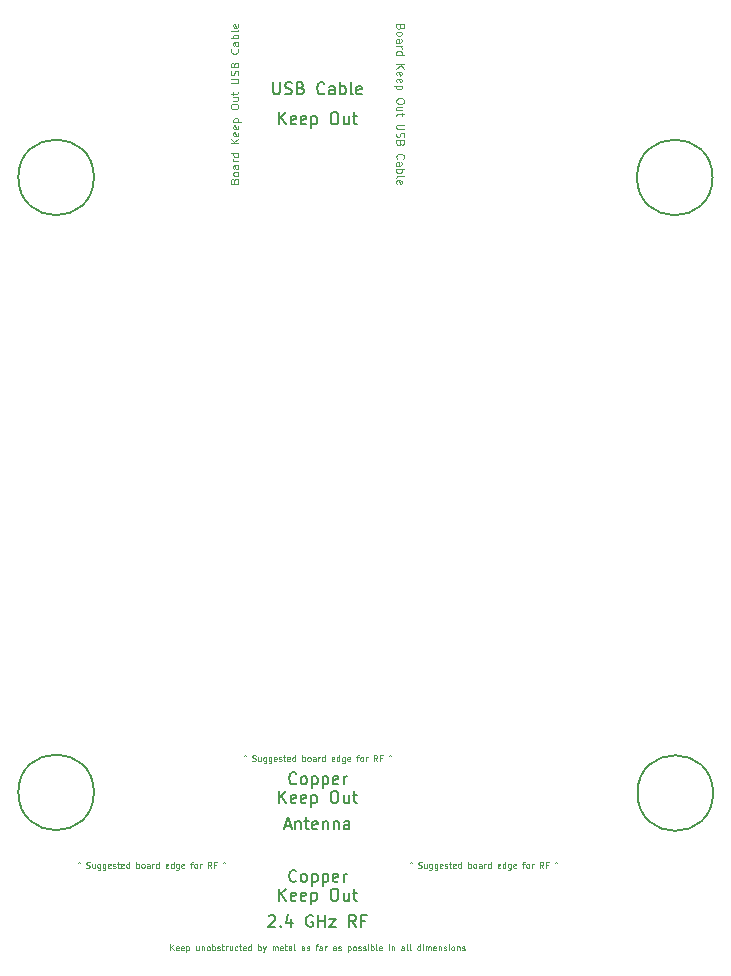
<source format=gbr>
%TF.GenerationSoftware,KiCad,Pcbnew,8.0.2-1*%
%TF.CreationDate,2024-05-20T08:59:52+08:00*%
%TF.ProjectId,amp_controller,616d705f-636f-46e7-9472-6f6c6c65722e,rev?*%
%TF.SameCoordinates,Original*%
%TF.FileFunction,Other,Comment*%
%FSLAX46Y46*%
G04 Gerber Fmt 4.6, Leading zero omitted, Abs format (unit mm)*
G04 Created by KiCad (PCBNEW 8.0.2-1) date 2024-05-20 08:59:52*
%MOMM*%
%LPD*%
G01*
G04 APERTURE LIST*
%ADD10C,0.100000*%
%ADD11C,0.075000*%
%ADD12C,0.150000*%
G04 APERTURE END LIST*
D10*
X126029004Y-68638821D02*
X126060752Y-68543578D01*
X126060752Y-68543578D02*
X126092500Y-68511831D01*
X126092500Y-68511831D02*
X126155995Y-68480083D01*
X126155995Y-68480083D02*
X126251238Y-68480083D01*
X126251238Y-68480083D02*
X126314733Y-68511831D01*
X126314733Y-68511831D02*
X126346481Y-68543578D01*
X126346481Y-68543578D02*
X126378228Y-68607073D01*
X126378228Y-68607073D02*
X126378228Y-68861054D01*
X126378228Y-68861054D02*
X125711528Y-68861054D01*
X125711528Y-68861054D02*
X125711528Y-68638821D01*
X125711528Y-68638821D02*
X125743276Y-68575326D01*
X125743276Y-68575326D02*
X125775023Y-68543578D01*
X125775023Y-68543578D02*
X125838519Y-68511831D01*
X125838519Y-68511831D02*
X125902014Y-68511831D01*
X125902014Y-68511831D02*
X125965509Y-68543578D01*
X125965509Y-68543578D02*
X125997257Y-68575326D01*
X125997257Y-68575326D02*
X126029004Y-68638821D01*
X126029004Y-68638821D02*
X126029004Y-68861054D01*
X126378228Y-68099112D02*
X126346481Y-68162607D01*
X126346481Y-68162607D02*
X126314733Y-68194354D01*
X126314733Y-68194354D02*
X126251238Y-68226102D01*
X126251238Y-68226102D02*
X126060752Y-68226102D01*
X126060752Y-68226102D02*
X125997257Y-68194354D01*
X125997257Y-68194354D02*
X125965509Y-68162607D01*
X125965509Y-68162607D02*
X125933761Y-68099112D01*
X125933761Y-68099112D02*
X125933761Y-68003869D01*
X125933761Y-68003869D02*
X125965509Y-67940373D01*
X125965509Y-67940373D02*
X125997257Y-67908626D01*
X125997257Y-67908626D02*
X126060752Y-67876878D01*
X126060752Y-67876878D02*
X126251238Y-67876878D01*
X126251238Y-67876878D02*
X126314733Y-67908626D01*
X126314733Y-67908626D02*
X126346481Y-67940373D01*
X126346481Y-67940373D02*
X126378228Y-68003869D01*
X126378228Y-68003869D02*
X126378228Y-68099112D01*
X126378228Y-67305421D02*
X126029004Y-67305421D01*
X126029004Y-67305421D02*
X125965509Y-67337168D01*
X125965509Y-67337168D02*
X125933761Y-67400664D01*
X125933761Y-67400664D02*
X125933761Y-67527654D01*
X125933761Y-67527654D02*
X125965509Y-67591149D01*
X126346481Y-67305421D02*
X126378228Y-67368916D01*
X126378228Y-67368916D02*
X126378228Y-67527654D01*
X126378228Y-67527654D02*
X126346481Y-67591149D01*
X126346481Y-67591149D02*
X126282985Y-67622897D01*
X126282985Y-67622897D02*
X126219490Y-67622897D01*
X126219490Y-67622897D02*
X126155995Y-67591149D01*
X126155995Y-67591149D02*
X126124247Y-67527654D01*
X126124247Y-67527654D02*
X126124247Y-67368916D01*
X126124247Y-67368916D02*
X126092500Y-67305421D01*
X126378228Y-66987944D02*
X125933761Y-66987944D01*
X126060752Y-66987944D02*
X125997257Y-66956197D01*
X125997257Y-66956197D02*
X125965509Y-66924449D01*
X125965509Y-66924449D02*
X125933761Y-66860954D01*
X125933761Y-66860954D02*
X125933761Y-66797459D01*
X126378228Y-66289497D02*
X125711528Y-66289497D01*
X126346481Y-66289497D02*
X126378228Y-66352992D01*
X126378228Y-66352992D02*
X126378228Y-66479983D01*
X126378228Y-66479983D02*
X126346481Y-66543478D01*
X126346481Y-66543478D02*
X126314733Y-66575225D01*
X126314733Y-66575225D02*
X126251238Y-66606973D01*
X126251238Y-66606973D02*
X126060752Y-66606973D01*
X126060752Y-66606973D02*
X125997257Y-66575225D01*
X125997257Y-66575225D02*
X125965509Y-66543478D01*
X125965509Y-66543478D02*
X125933761Y-66479983D01*
X125933761Y-66479983D02*
X125933761Y-66352992D01*
X125933761Y-66352992D02*
X125965509Y-66289497D01*
X126378228Y-65464058D02*
X125711528Y-65464058D01*
X126378228Y-65083087D02*
X125997257Y-65368816D01*
X125711528Y-65083087D02*
X126092500Y-65464058D01*
X126346481Y-64543377D02*
X126378228Y-64606873D01*
X126378228Y-64606873D02*
X126378228Y-64733863D01*
X126378228Y-64733863D02*
X126346481Y-64797358D01*
X126346481Y-64797358D02*
X126282985Y-64829106D01*
X126282985Y-64829106D02*
X126029004Y-64829106D01*
X126029004Y-64829106D02*
X125965509Y-64797358D01*
X125965509Y-64797358D02*
X125933761Y-64733863D01*
X125933761Y-64733863D02*
X125933761Y-64606873D01*
X125933761Y-64606873D02*
X125965509Y-64543377D01*
X125965509Y-64543377D02*
X126029004Y-64511630D01*
X126029004Y-64511630D02*
X126092500Y-64511630D01*
X126092500Y-64511630D02*
X126155995Y-64829106D01*
X126346481Y-63971920D02*
X126378228Y-64035416D01*
X126378228Y-64035416D02*
X126378228Y-64162406D01*
X126378228Y-64162406D02*
X126346481Y-64225901D01*
X126346481Y-64225901D02*
X126282985Y-64257649D01*
X126282985Y-64257649D02*
X126029004Y-64257649D01*
X126029004Y-64257649D02*
X125965509Y-64225901D01*
X125965509Y-64225901D02*
X125933761Y-64162406D01*
X125933761Y-64162406D02*
X125933761Y-64035416D01*
X125933761Y-64035416D02*
X125965509Y-63971920D01*
X125965509Y-63971920D02*
X126029004Y-63940173D01*
X126029004Y-63940173D02*
X126092500Y-63940173D01*
X126092500Y-63940173D02*
X126155995Y-64257649D01*
X125933761Y-63654444D02*
X126600461Y-63654444D01*
X125965509Y-63654444D02*
X125933761Y-63590949D01*
X125933761Y-63590949D02*
X125933761Y-63463959D01*
X125933761Y-63463959D02*
X125965509Y-63400463D01*
X125965509Y-63400463D02*
X125997257Y-63368716D01*
X125997257Y-63368716D02*
X126060752Y-63336968D01*
X126060752Y-63336968D02*
X126251238Y-63336968D01*
X126251238Y-63336968D02*
X126314733Y-63368716D01*
X126314733Y-63368716D02*
X126346481Y-63400463D01*
X126346481Y-63400463D02*
X126378228Y-63463959D01*
X126378228Y-63463959D02*
X126378228Y-63590949D01*
X126378228Y-63590949D02*
X126346481Y-63654444D01*
X125711528Y-62416287D02*
X125711528Y-62289296D01*
X125711528Y-62289296D02*
X125743276Y-62225801D01*
X125743276Y-62225801D02*
X125806771Y-62162306D01*
X125806771Y-62162306D02*
X125933761Y-62130558D01*
X125933761Y-62130558D02*
X126155995Y-62130558D01*
X126155995Y-62130558D02*
X126282985Y-62162306D01*
X126282985Y-62162306D02*
X126346481Y-62225801D01*
X126346481Y-62225801D02*
X126378228Y-62289296D01*
X126378228Y-62289296D02*
X126378228Y-62416287D01*
X126378228Y-62416287D02*
X126346481Y-62479782D01*
X126346481Y-62479782D02*
X126282985Y-62543277D01*
X126282985Y-62543277D02*
X126155995Y-62575025D01*
X126155995Y-62575025D02*
X125933761Y-62575025D01*
X125933761Y-62575025D02*
X125806771Y-62543277D01*
X125806771Y-62543277D02*
X125743276Y-62479782D01*
X125743276Y-62479782D02*
X125711528Y-62416287D01*
X125933761Y-61559101D02*
X126378228Y-61559101D01*
X125933761Y-61844829D02*
X126282985Y-61844829D01*
X126282985Y-61844829D02*
X126346481Y-61813082D01*
X126346481Y-61813082D02*
X126378228Y-61749587D01*
X126378228Y-61749587D02*
X126378228Y-61654344D01*
X126378228Y-61654344D02*
X126346481Y-61590848D01*
X126346481Y-61590848D02*
X126314733Y-61559101D01*
X125933761Y-61336867D02*
X125933761Y-61082886D01*
X125711528Y-61241624D02*
X126282985Y-61241624D01*
X126282985Y-61241624D02*
X126346481Y-61209877D01*
X126346481Y-61209877D02*
X126378228Y-61146382D01*
X126378228Y-61146382D02*
X126378228Y-61082886D01*
X125711528Y-60352691D02*
X126251238Y-60352691D01*
X126251238Y-60352691D02*
X126314733Y-60320944D01*
X126314733Y-60320944D02*
X126346481Y-60289196D01*
X126346481Y-60289196D02*
X126378228Y-60225701D01*
X126378228Y-60225701D02*
X126378228Y-60098710D01*
X126378228Y-60098710D02*
X126346481Y-60035215D01*
X126346481Y-60035215D02*
X126314733Y-60003468D01*
X126314733Y-60003468D02*
X126251238Y-59971720D01*
X126251238Y-59971720D02*
X125711528Y-59971720D01*
X126346481Y-59685991D02*
X126378228Y-59590748D01*
X126378228Y-59590748D02*
X126378228Y-59432010D01*
X126378228Y-59432010D02*
X126346481Y-59368515D01*
X126346481Y-59368515D02*
X126314733Y-59336767D01*
X126314733Y-59336767D02*
X126251238Y-59305020D01*
X126251238Y-59305020D02*
X126187742Y-59305020D01*
X126187742Y-59305020D02*
X126124247Y-59336767D01*
X126124247Y-59336767D02*
X126092500Y-59368515D01*
X126092500Y-59368515D02*
X126060752Y-59432010D01*
X126060752Y-59432010D02*
X126029004Y-59559001D01*
X126029004Y-59559001D02*
X125997257Y-59622496D01*
X125997257Y-59622496D02*
X125965509Y-59654243D01*
X125965509Y-59654243D02*
X125902014Y-59685991D01*
X125902014Y-59685991D02*
X125838519Y-59685991D01*
X125838519Y-59685991D02*
X125775023Y-59654243D01*
X125775023Y-59654243D02*
X125743276Y-59622496D01*
X125743276Y-59622496D02*
X125711528Y-59559001D01*
X125711528Y-59559001D02*
X125711528Y-59400262D01*
X125711528Y-59400262D02*
X125743276Y-59305020D01*
X126029004Y-58797058D02*
X126060752Y-58701815D01*
X126060752Y-58701815D02*
X126092500Y-58670068D01*
X126092500Y-58670068D02*
X126155995Y-58638320D01*
X126155995Y-58638320D02*
X126251238Y-58638320D01*
X126251238Y-58638320D02*
X126314733Y-58670068D01*
X126314733Y-58670068D02*
X126346481Y-58701815D01*
X126346481Y-58701815D02*
X126378228Y-58765310D01*
X126378228Y-58765310D02*
X126378228Y-59019291D01*
X126378228Y-59019291D02*
X125711528Y-59019291D01*
X125711528Y-59019291D02*
X125711528Y-58797058D01*
X125711528Y-58797058D02*
X125743276Y-58733563D01*
X125743276Y-58733563D02*
X125775023Y-58701815D01*
X125775023Y-58701815D02*
X125838519Y-58670068D01*
X125838519Y-58670068D02*
X125902014Y-58670068D01*
X125902014Y-58670068D02*
X125965509Y-58701815D01*
X125965509Y-58701815D02*
X125997257Y-58733563D01*
X125997257Y-58733563D02*
X126029004Y-58797058D01*
X126029004Y-58797058D02*
X126029004Y-59019291D01*
X126314733Y-57463658D02*
X126346481Y-57495406D01*
X126346481Y-57495406D02*
X126378228Y-57590648D01*
X126378228Y-57590648D02*
X126378228Y-57654144D01*
X126378228Y-57654144D02*
X126346481Y-57749387D01*
X126346481Y-57749387D02*
X126282985Y-57812882D01*
X126282985Y-57812882D02*
X126219490Y-57844629D01*
X126219490Y-57844629D02*
X126092500Y-57876377D01*
X126092500Y-57876377D02*
X125997257Y-57876377D01*
X125997257Y-57876377D02*
X125870266Y-57844629D01*
X125870266Y-57844629D02*
X125806771Y-57812882D01*
X125806771Y-57812882D02*
X125743276Y-57749387D01*
X125743276Y-57749387D02*
X125711528Y-57654144D01*
X125711528Y-57654144D02*
X125711528Y-57590648D01*
X125711528Y-57590648D02*
X125743276Y-57495406D01*
X125743276Y-57495406D02*
X125775023Y-57463658D01*
X126378228Y-56892201D02*
X126029004Y-56892201D01*
X126029004Y-56892201D02*
X125965509Y-56923948D01*
X125965509Y-56923948D02*
X125933761Y-56987444D01*
X125933761Y-56987444D02*
X125933761Y-57114434D01*
X125933761Y-57114434D02*
X125965509Y-57177929D01*
X126346481Y-56892201D02*
X126378228Y-56955696D01*
X126378228Y-56955696D02*
X126378228Y-57114434D01*
X126378228Y-57114434D02*
X126346481Y-57177929D01*
X126346481Y-57177929D02*
X126282985Y-57209677D01*
X126282985Y-57209677D02*
X126219490Y-57209677D01*
X126219490Y-57209677D02*
X126155995Y-57177929D01*
X126155995Y-57177929D02*
X126124247Y-57114434D01*
X126124247Y-57114434D02*
X126124247Y-56955696D01*
X126124247Y-56955696D02*
X126092500Y-56892201D01*
X126378228Y-56574724D02*
X125711528Y-56574724D01*
X125965509Y-56574724D02*
X125933761Y-56511229D01*
X125933761Y-56511229D02*
X125933761Y-56384239D01*
X125933761Y-56384239D02*
X125965509Y-56320743D01*
X125965509Y-56320743D02*
X125997257Y-56288996D01*
X125997257Y-56288996D02*
X126060752Y-56257248D01*
X126060752Y-56257248D02*
X126251238Y-56257248D01*
X126251238Y-56257248D02*
X126314733Y-56288996D01*
X126314733Y-56288996D02*
X126346481Y-56320743D01*
X126346481Y-56320743D02*
X126378228Y-56384239D01*
X126378228Y-56384239D02*
X126378228Y-56511229D01*
X126378228Y-56511229D02*
X126346481Y-56574724D01*
X126378228Y-55876277D02*
X126346481Y-55939772D01*
X126346481Y-55939772D02*
X126282985Y-55971519D01*
X126282985Y-55971519D02*
X125711528Y-55971519D01*
X126346481Y-55368314D02*
X126378228Y-55431810D01*
X126378228Y-55431810D02*
X126378228Y-55558800D01*
X126378228Y-55558800D02*
X126346481Y-55622295D01*
X126346481Y-55622295D02*
X126282985Y-55654043D01*
X126282985Y-55654043D02*
X126029004Y-55654043D01*
X126029004Y-55654043D02*
X125965509Y-55622295D01*
X125965509Y-55622295D02*
X125933761Y-55558800D01*
X125933761Y-55558800D02*
X125933761Y-55431810D01*
X125933761Y-55431810D02*
X125965509Y-55368314D01*
X125965509Y-55368314D02*
X126029004Y-55336567D01*
X126029004Y-55336567D02*
X126092500Y-55336567D01*
X126092500Y-55336567D02*
X126155995Y-55654043D01*
D11*
X112783812Y-126342213D02*
X112879050Y-126270785D01*
X112879050Y-126270785D02*
X112974288Y-126342213D01*
X113498097Y-126770785D02*
X113569525Y-126794594D01*
X113569525Y-126794594D02*
X113688573Y-126794594D01*
X113688573Y-126794594D02*
X113736192Y-126770785D01*
X113736192Y-126770785D02*
X113760001Y-126746975D01*
X113760001Y-126746975D02*
X113783811Y-126699356D01*
X113783811Y-126699356D02*
X113783811Y-126651737D01*
X113783811Y-126651737D02*
X113760001Y-126604118D01*
X113760001Y-126604118D02*
X113736192Y-126580308D01*
X113736192Y-126580308D02*
X113688573Y-126556499D01*
X113688573Y-126556499D02*
X113593335Y-126532689D01*
X113593335Y-126532689D02*
X113545716Y-126508880D01*
X113545716Y-126508880D02*
X113521906Y-126485070D01*
X113521906Y-126485070D02*
X113498097Y-126437451D01*
X113498097Y-126437451D02*
X113498097Y-126389832D01*
X113498097Y-126389832D02*
X113521906Y-126342213D01*
X113521906Y-126342213D02*
X113545716Y-126318404D01*
X113545716Y-126318404D02*
X113593335Y-126294594D01*
X113593335Y-126294594D02*
X113712382Y-126294594D01*
X113712382Y-126294594D02*
X113783811Y-126318404D01*
X114212382Y-126461261D02*
X114212382Y-126794594D01*
X113998096Y-126461261D02*
X113998096Y-126723165D01*
X113998096Y-126723165D02*
X114021906Y-126770785D01*
X114021906Y-126770785D02*
X114069525Y-126794594D01*
X114069525Y-126794594D02*
X114140953Y-126794594D01*
X114140953Y-126794594D02*
X114188572Y-126770785D01*
X114188572Y-126770785D02*
X114212382Y-126746975D01*
X114664763Y-126461261D02*
X114664763Y-126866023D01*
X114664763Y-126866023D02*
X114640953Y-126913642D01*
X114640953Y-126913642D02*
X114617144Y-126937451D01*
X114617144Y-126937451D02*
X114569525Y-126961261D01*
X114569525Y-126961261D02*
X114498096Y-126961261D01*
X114498096Y-126961261D02*
X114450477Y-126937451D01*
X114664763Y-126770785D02*
X114617144Y-126794594D01*
X114617144Y-126794594D02*
X114521906Y-126794594D01*
X114521906Y-126794594D02*
X114474287Y-126770785D01*
X114474287Y-126770785D02*
X114450477Y-126746975D01*
X114450477Y-126746975D02*
X114426668Y-126699356D01*
X114426668Y-126699356D02*
X114426668Y-126556499D01*
X114426668Y-126556499D02*
X114450477Y-126508880D01*
X114450477Y-126508880D02*
X114474287Y-126485070D01*
X114474287Y-126485070D02*
X114521906Y-126461261D01*
X114521906Y-126461261D02*
X114617144Y-126461261D01*
X114617144Y-126461261D02*
X114664763Y-126485070D01*
X115117144Y-126461261D02*
X115117144Y-126866023D01*
X115117144Y-126866023D02*
X115093334Y-126913642D01*
X115093334Y-126913642D02*
X115069525Y-126937451D01*
X115069525Y-126937451D02*
X115021906Y-126961261D01*
X115021906Y-126961261D02*
X114950477Y-126961261D01*
X114950477Y-126961261D02*
X114902858Y-126937451D01*
X115117144Y-126770785D02*
X115069525Y-126794594D01*
X115069525Y-126794594D02*
X114974287Y-126794594D01*
X114974287Y-126794594D02*
X114926668Y-126770785D01*
X114926668Y-126770785D02*
X114902858Y-126746975D01*
X114902858Y-126746975D02*
X114879049Y-126699356D01*
X114879049Y-126699356D02*
X114879049Y-126556499D01*
X114879049Y-126556499D02*
X114902858Y-126508880D01*
X114902858Y-126508880D02*
X114926668Y-126485070D01*
X114926668Y-126485070D02*
X114974287Y-126461261D01*
X114974287Y-126461261D02*
X115069525Y-126461261D01*
X115069525Y-126461261D02*
X115117144Y-126485070D01*
X115545715Y-126770785D02*
X115498096Y-126794594D01*
X115498096Y-126794594D02*
X115402858Y-126794594D01*
X115402858Y-126794594D02*
X115355239Y-126770785D01*
X115355239Y-126770785D02*
X115331430Y-126723165D01*
X115331430Y-126723165D02*
X115331430Y-126532689D01*
X115331430Y-126532689D02*
X115355239Y-126485070D01*
X115355239Y-126485070D02*
X115402858Y-126461261D01*
X115402858Y-126461261D02*
X115498096Y-126461261D01*
X115498096Y-126461261D02*
X115545715Y-126485070D01*
X115545715Y-126485070D02*
X115569525Y-126532689D01*
X115569525Y-126532689D02*
X115569525Y-126580308D01*
X115569525Y-126580308D02*
X115331430Y-126627927D01*
X115760001Y-126770785D02*
X115807620Y-126794594D01*
X115807620Y-126794594D02*
X115902858Y-126794594D01*
X115902858Y-126794594D02*
X115950477Y-126770785D01*
X115950477Y-126770785D02*
X115974286Y-126723165D01*
X115974286Y-126723165D02*
X115974286Y-126699356D01*
X115974286Y-126699356D02*
X115950477Y-126651737D01*
X115950477Y-126651737D02*
X115902858Y-126627927D01*
X115902858Y-126627927D02*
X115831429Y-126627927D01*
X115831429Y-126627927D02*
X115783810Y-126604118D01*
X115783810Y-126604118D02*
X115760001Y-126556499D01*
X115760001Y-126556499D02*
X115760001Y-126532689D01*
X115760001Y-126532689D02*
X115783810Y-126485070D01*
X115783810Y-126485070D02*
X115831429Y-126461261D01*
X115831429Y-126461261D02*
X115902858Y-126461261D01*
X115902858Y-126461261D02*
X115950477Y-126485070D01*
X116117144Y-126461261D02*
X116307620Y-126461261D01*
X116188572Y-126294594D02*
X116188572Y-126723165D01*
X116188572Y-126723165D02*
X116212382Y-126770785D01*
X116212382Y-126770785D02*
X116260001Y-126794594D01*
X116260001Y-126794594D02*
X116307620Y-126794594D01*
X116664762Y-126770785D02*
X116617143Y-126794594D01*
X116617143Y-126794594D02*
X116521905Y-126794594D01*
X116521905Y-126794594D02*
X116474286Y-126770785D01*
X116474286Y-126770785D02*
X116450477Y-126723165D01*
X116450477Y-126723165D02*
X116450477Y-126532689D01*
X116450477Y-126532689D02*
X116474286Y-126485070D01*
X116474286Y-126485070D02*
X116521905Y-126461261D01*
X116521905Y-126461261D02*
X116617143Y-126461261D01*
X116617143Y-126461261D02*
X116664762Y-126485070D01*
X116664762Y-126485070D02*
X116688572Y-126532689D01*
X116688572Y-126532689D02*
X116688572Y-126580308D01*
X116688572Y-126580308D02*
X116450477Y-126627927D01*
X117117143Y-126794594D02*
X117117143Y-126294594D01*
X117117143Y-126770785D02*
X117069524Y-126794594D01*
X117069524Y-126794594D02*
X116974286Y-126794594D01*
X116974286Y-126794594D02*
X116926667Y-126770785D01*
X116926667Y-126770785D02*
X116902857Y-126746975D01*
X116902857Y-126746975D02*
X116879048Y-126699356D01*
X116879048Y-126699356D02*
X116879048Y-126556499D01*
X116879048Y-126556499D02*
X116902857Y-126508880D01*
X116902857Y-126508880D02*
X116926667Y-126485070D01*
X116926667Y-126485070D02*
X116974286Y-126461261D01*
X116974286Y-126461261D02*
X117069524Y-126461261D01*
X117069524Y-126461261D02*
X117117143Y-126485070D01*
X117736190Y-126794594D02*
X117736190Y-126294594D01*
X117736190Y-126485070D02*
X117783809Y-126461261D01*
X117783809Y-126461261D02*
X117879047Y-126461261D01*
X117879047Y-126461261D02*
X117926666Y-126485070D01*
X117926666Y-126485070D02*
X117950476Y-126508880D01*
X117950476Y-126508880D02*
X117974285Y-126556499D01*
X117974285Y-126556499D02*
X117974285Y-126699356D01*
X117974285Y-126699356D02*
X117950476Y-126746975D01*
X117950476Y-126746975D02*
X117926666Y-126770785D01*
X117926666Y-126770785D02*
X117879047Y-126794594D01*
X117879047Y-126794594D02*
X117783809Y-126794594D01*
X117783809Y-126794594D02*
X117736190Y-126770785D01*
X118260000Y-126794594D02*
X118212381Y-126770785D01*
X118212381Y-126770785D02*
X118188571Y-126746975D01*
X118188571Y-126746975D02*
X118164762Y-126699356D01*
X118164762Y-126699356D02*
X118164762Y-126556499D01*
X118164762Y-126556499D02*
X118188571Y-126508880D01*
X118188571Y-126508880D02*
X118212381Y-126485070D01*
X118212381Y-126485070D02*
X118260000Y-126461261D01*
X118260000Y-126461261D02*
X118331428Y-126461261D01*
X118331428Y-126461261D02*
X118379047Y-126485070D01*
X118379047Y-126485070D02*
X118402857Y-126508880D01*
X118402857Y-126508880D02*
X118426666Y-126556499D01*
X118426666Y-126556499D02*
X118426666Y-126699356D01*
X118426666Y-126699356D02*
X118402857Y-126746975D01*
X118402857Y-126746975D02*
X118379047Y-126770785D01*
X118379047Y-126770785D02*
X118331428Y-126794594D01*
X118331428Y-126794594D02*
X118260000Y-126794594D01*
X118855238Y-126794594D02*
X118855238Y-126532689D01*
X118855238Y-126532689D02*
X118831428Y-126485070D01*
X118831428Y-126485070D02*
X118783809Y-126461261D01*
X118783809Y-126461261D02*
X118688571Y-126461261D01*
X118688571Y-126461261D02*
X118640952Y-126485070D01*
X118855238Y-126770785D02*
X118807619Y-126794594D01*
X118807619Y-126794594D02*
X118688571Y-126794594D01*
X118688571Y-126794594D02*
X118640952Y-126770785D01*
X118640952Y-126770785D02*
X118617143Y-126723165D01*
X118617143Y-126723165D02*
X118617143Y-126675546D01*
X118617143Y-126675546D02*
X118640952Y-126627927D01*
X118640952Y-126627927D02*
X118688571Y-126604118D01*
X118688571Y-126604118D02*
X118807619Y-126604118D01*
X118807619Y-126604118D02*
X118855238Y-126580308D01*
X119093333Y-126794594D02*
X119093333Y-126461261D01*
X119093333Y-126556499D02*
X119117143Y-126508880D01*
X119117143Y-126508880D02*
X119140952Y-126485070D01*
X119140952Y-126485070D02*
X119188571Y-126461261D01*
X119188571Y-126461261D02*
X119236190Y-126461261D01*
X119617143Y-126794594D02*
X119617143Y-126294594D01*
X119617143Y-126770785D02*
X119569524Y-126794594D01*
X119569524Y-126794594D02*
X119474286Y-126794594D01*
X119474286Y-126794594D02*
X119426667Y-126770785D01*
X119426667Y-126770785D02*
X119402857Y-126746975D01*
X119402857Y-126746975D02*
X119379048Y-126699356D01*
X119379048Y-126699356D02*
X119379048Y-126556499D01*
X119379048Y-126556499D02*
X119402857Y-126508880D01*
X119402857Y-126508880D02*
X119426667Y-126485070D01*
X119426667Y-126485070D02*
X119474286Y-126461261D01*
X119474286Y-126461261D02*
X119569524Y-126461261D01*
X119569524Y-126461261D02*
X119617143Y-126485070D01*
X120426666Y-126770785D02*
X120379047Y-126794594D01*
X120379047Y-126794594D02*
X120283809Y-126794594D01*
X120283809Y-126794594D02*
X120236190Y-126770785D01*
X120236190Y-126770785D02*
X120212381Y-126723165D01*
X120212381Y-126723165D02*
X120212381Y-126532689D01*
X120212381Y-126532689D02*
X120236190Y-126485070D01*
X120236190Y-126485070D02*
X120283809Y-126461261D01*
X120283809Y-126461261D02*
X120379047Y-126461261D01*
X120379047Y-126461261D02*
X120426666Y-126485070D01*
X120426666Y-126485070D02*
X120450476Y-126532689D01*
X120450476Y-126532689D02*
X120450476Y-126580308D01*
X120450476Y-126580308D02*
X120212381Y-126627927D01*
X120879047Y-126794594D02*
X120879047Y-126294594D01*
X120879047Y-126770785D02*
X120831428Y-126794594D01*
X120831428Y-126794594D02*
X120736190Y-126794594D01*
X120736190Y-126794594D02*
X120688571Y-126770785D01*
X120688571Y-126770785D02*
X120664761Y-126746975D01*
X120664761Y-126746975D02*
X120640952Y-126699356D01*
X120640952Y-126699356D02*
X120640952Y-126556499D01*
X120640952Y-126556499D02*
X120664761Y-126508880D01*
X120664761Y-126508880D02*
X120688571Y-126485070D01*
X120688571Y-126485070D02*
X120736190Y-126461261D01*
X120736190Y-126461261D02*
X120831428Y-126461261D01*
X120831428Y-126461261D02*
X120879047Y-126485070D01*
X121331428Y-126461261D02*
X121331428Y-126866023D01*
X121331428Y-126866023D02*
X121307618Y-126913642D01*
X121307618Y-126913642D02*
X121283809Y-126937451D01*
X121283809Y-126937451D02*
X121236190Y-126961261D01*
X121236190Y-126961261D02*
X121164761Y-126961261D01*
X121164761Y-126961261D02*
X121117142Y-126937451D01*
X121331428Y-126770785D02*
X121283809Y-126794594D01*
X121283809Y-126794594D02*
X121188571Y-126794594D01*
X121188571Y-126794594D02*
X121140952Y-126770785D01*
X121140952Y-126770785D02*
X121117142Y-126746975D01*
X121117142Y-126746975D02*
X121093333Y-126699356D01*
X121093333Y-126699356D02*
X121093333Y-126556499D01*
X121093333Y-126556499D02*
X121117142Y-126508880D01*
X121117142Y-126508880D02*
X121140952Y-126485070D01*
X121140952Y-126485070D02*
X121188571Y-126461261D01*
X121188571Y-126461261D02*
X121283809Y-126461261D01*
X121283809Y-126461261D02*
X121331428Y-126485070D01*
X121759999Y-126770785D02*
X121712380Y-126794594D01*
X121712380Y-126794594D02*
X121617142Y-126794594D01*
X121617142Y-126794594D02*
X121569523Y-126770785D01*
X121569523Y-126770785D02*
X121545714Y-126723165D01*
X121545714Y-126723165D02*
X121545714Y-126532689D01*
X121545714Y-126532689D02*
X121569523Y-126485070D01*
X121569523Y-126485070D02*
X121617142Y-126461261D01*
X121617142Y-126461261D02*
X121712380Y-126461261D01*
X121712380Y-126461261D02*
X121759999Y-126485070D01*
X121759999Y-126485070D02*
X121783809Y-126532689D01*
X121783809Y-126532689D02*
X121783809Y-126580308D01*
X121783809Y-126580308D02*
X121545714Y-126627927D01*
X122307618Y-126461261D02*
X122498094Y-126461261D01*
X122379046Y-126794594D02*
X122379046Y-126366023D01*
X122379046Y-126366023D02*
X122402856Y-126318404D01*
X122402856Y-126318404D02*
X122450475Y-126294594D01*
X122450475Y-126294594D02*
X122498094Y-126294594D01*
X122736189Y-126794594D02*
X122688570Y-126770785D01*
X122688570Y-126770785D02*
X122664760Y-126746975D01*
X122664760Y-126746975D02*
X122640951Y-126699356D01*
X122640951Y-126699356D02*
X122640951Y-126556499D01*
X122640951Y-126556499D02*
X122664760Y-126508880D01*
X122664760Y-126508880D02*
X122688570Y-126485070D01*
X122688570Y-126485070D02*
X122736189Y-126461261D01*
X122736189Y-126461261D02*
X122807617Y-126461261D01*
X122807617Y-126461261D02*
X122855236Y-126485070D01*
X122855236Y-126485070D02*
X122879046Y-126508880D01*
X122879046Y-126508880D02*
X122902855Y-126556499D01*
X122902855Y-126556499D02*
X122902855Y-126699356D01*
X122902855Y-126699356D02*
X122879046Y-126746975D01*
X122879046Y-126746975D02*
X122855236Y-126770785D01*
X122855236Y-126770785D02*
X122807617Y-126794594D01*
X122807617Y-126794594D02*
X122736189Y-126794594D01*
X123117141Y-126794594D02*
X123117141Y-126461261D01*
X123117141Y-126556499D02*
X123140951Y-126508880D01*
X123140951Y-126508880D02*
X123164760Y-126485070D01*
X123164760Y-126485070D02*
X123212379Y-126461261D01*
X123212379Y-126461261D02*
X123259998Y-126461261D01*
X124093331Y-126794594D02*
X123926665Y-126556499D01*
X123807617Y-126794594D02*
X123807617Y-126294594D01*
X123807617Y-126294594D02*
X123998093Y-126294594D01*
X123998093Y-126294594D02*
X124045712Y-126318404D01*
X124045712Y-126318404D02*
X124069522Y-126342213D01*
X124069522Y-126342213D02*
X124093331Y-126389832D01*
X124093331Y-126389832D02*
X124093331Y-126461261D01*
X124093331Y-126461261D02*
X124069522Y-126508880D01*
X124069522Y-126508880D02*
X124045712Y-126532689D01*
X124045712Y-126532689D02*
X123998093Y-126556499D01*
X123998093Y-126556499D02*
X123807617Y-126556499D01*
X124474284Y-126532689D02*
X124307617Y-126532689D01*
X124307617Y-126794594D02*
X124307617Y-126294594D01*
X124307617Y-126294594D02*
X124545712Y-126294594D01*
X125045712Y-126342213D02*
X125140950Y-126270785D01*
X125140950Y-126270785D02*
X125236188Y-126342213D01*
D10*
X140090995Y-55590548D02*
X140059247Y-55685791D01*
X140059247Y-55685791D02*
X140027499Y-55717538D01*
X140027499Y-55717538D02*
X139964004Y-55749286D01*
X139964004Y-55749286D02*
X139868761Y-55749286D01*
X139868761Y-55749286D02*
X139805266Y-55717538D01*
X139805266Y-55717538D02*
X139773519Y-55685791D01*
X139773519Y-55685791D02*
X139741771Y-55622296D01*
X139741771Y-55622296D02*
X139741771Y-55368315D01*
X139741771Y-55368315D02*
X140408471Y-55368315D01*
X140408471Y-55368315D02*
X140408471Y-55590548D01*
X140408471Y-55590548D02*
X140376723Y-55654043D01*
X140376723Y-55654043D02*
X140344976Y-55685791D01*
X140344976Y-55685791D02*
X140281480Y-55717538D01*
X140281480Y-55717538D02*
X140217985Y-55717538D01*
X140217985Y-55717538D02*
X140154490Y-55685791D01*
X140154490Y-55685791D02*
X140122742Y-55654043D01*
X140122742Y-55654043D02*
X140090995Y-55590548D01*
X140090995Y-55590548D02*
X140090995Y-55368315D01*
X139741771Y-56130257D02*
X139773519Y-56066762D01*
X139773519Y-56066762D02*
X139805266Y-56035015D01*
X139805266Y-56035015D02*
X139868761Y-56003267D01*
X139868761Y-56003267D02*
X140059247Y-56003267D01*
X140059247Y-56003267D02*
X140122742Y-56035015D01*
X140122742Y-56035015D02*
X140154490Y-56066762D01*
X140154490Y-56066762D02*
X140186238Y-56130257D01*
X140186238Y-56130257D02*
X140186238Y-56225500D01*
X140186238Y-56225500D02*
X140154490Y-56288996D01*
X140154490Y-56288996D02*
X140122742Y-56320743D01*
X140122742Y-56320743D02*
X140059247Y-56352491D01*
X140059247Y-56352491D02*
X139868761Y-56352491D01*
X139868761Y-56352491D02*
X139805266Y-56320743D01*
X139805266Y-56320743D02*
X139773519Y-56288996D01*
X139773519Y-56288996D02*
X139741771Y-56225500D01*
X139741771Y-56225500D02*
X139741771Y-56130257D01*
X139741771Y-56923948D02*
X140090995Y-56923948D01*
X140090995Y-56923948D02*
X140154490Y-56892201D01*
X140154490Y-56892201D02*
X140186238Y-56828705D01*
X140186238Y-56828705D02*
X140186238Y-56701715D01*
X140186238Y-56701715D02*
X140154490Y-56638220D01*
X139773519Y-56923948D02*
X139741771Y-56860453D01*
X139741771Y-56860453D02*
X139741771Y-56701715D01*
X139741771Y-56701715D02*
X139773519Y-56638220D01*
X139773519Y-56638220D02*
X139837014Y-56606472D01*
X139837014Y-56606472D02*
X139900509Y-56606472D01*
X139900509Y-56606472D02*
X139964004Y-56638220D01*
X139964004Y-56638220D02*
X139995752Y-56701715D01*
X139995752Y-56701715D02*
X139995752Y-56860453D01*
X139995752Y-56860453D02*
X140027499Y-56923948D01*
X139741771Y-57241425D02*
X140186238Y-57241425D01*
X140059247Y-57241425D02*
X140122742Y-57273172D01*
X140122742Y-57273172D02*
X140154490Y-57304920D01*
X140154490Y-57304920D02*
X140186238Y-57368415D01*
X140186238Y-57368415D02*
X140186238Y-57431910D01*
X139741771Y-57939872D02*
X140408471Y-57939872D01*
X139773519Y-57939872D02*
X139741771Y-57876377D01*
X139741771Y-57876377D02*
X139741771Y-57749386D01*
X139741771Y-57749386D02*
X139773519Y-57685891D01*
X139773519Y-57685891D02*
X139805266Y-57654144D01*
X139805266Y-57654144D02*
X139868761Y-57622396D01*
X139868761Y-57622396D02*
X140059247Y-57622396D01*
X140059247Y-57622396D02*
X140122742Y-57654144D01*
X140122742Y-57654144D02*
X140154490Y-57685891D01*
X140154490Y-57685891D02*
X140186238Y-57749386D01*
X140186238Y-57749386D02*
X140186238Y-57876377D01*
X140186238Y-57876377D02*
X140154490Y-57939872D01*
X139741771Y-58765311D02*
X140408471Y-58765311D01*
X139741771Y-59146282D02*
X140122742Y-58860553D01*
X140408471Y-59146282D02*
X140027499Y-58765311D01*
X139773519Y-59685992D02*
X139741771Y-59622496D01*
X139741771Y-59622496D02*
X139741771Y-59495506D01*
X139741771Y-59495506D02*
X139773519Y-59432011D01*
X139773519Y-59432011D02*
X139837014Y-59400263D01*
X139837014Y-59400263D02*
X140090995Y-59400263D01*
X140090995Y-59400263D02*
X140154490Y-59432011D01*
X140154490Y-59432011D02*
X140186238Y-59495506D01*
X140186238Y-59495506D02*
X140186238Y-59622496D01*
X140186238Y-59622496D02*
X140154490Y-59685992D01*
X140154490Y-59685992D02*
X140090995Y-59717739D01*
X140090995Y-59717739D02*
X140027499Y-59717739D01*
X140027499Y-59717739D02*
X139964004Y-59400263D01*
X139773519Y-60257449D02*
X139741771Y-60193953D01*
X139741771Y-60193953D02*
X139741771Y-60066963D01*
X139741771Y-60066963D02*
X139773519Y-60003468D01*
X139773519Y-60003468D02*
X139837014Y-59971720D01*
X139837014Y-59971720D02*
X140090995Y-59971720D01*
X140090995Y-59971720D02*
X140154490Y-60003468D01*
X140154490Y-60003468D02*
X140186238Y-60066963D01*
X140186238Y-60066963D02*
X140186238Y-60193953D01*
X140186238Y-60193953D02*
X140154490Y-60257449D01*
X140154490Y-60257449D02*
X140090995Y-60289196D01*
X140090995Y-60289196D02*
X140027499Y-60289196D01*
X140027499Y-60289196D02*
X139964004Y-59971720D01*
X140186238Y-60574925D02*
X139519538Y-60574925D01*
X140154490Y-60574925D02*
X140186238Y-60638420D01*
X140186238Y-60638420D02*
X140186238Y-60765410D01*
X140186238Y-60765410D02*
X140154490Y-60828906D01*
X140154490Y-60828906D02*
X140122742Y-60860653D01*
X140122742Y-60860653D02*
X140059247Y-60892401D01*
X140059247Y-60892401D02*
X139868761Y-60892401D01*
X139868761Y-60892401D02*
X139805266Y-60860653D01*
X139805266Y-60860653D02*
X139773519Y-60828906D01*
X139773519Y-60828906D02*
X139741771Y-60765410D01*
X139741771Y-60765410D02*
X139741771Y-60638420D01*
X139741771Y-60638420D02*
X139773519Y-60574925D01*
X140408471Y-61813082D02*
X140408471Y-61940073D01*
X140408471Y-61940073D02*
X140376723Y-62003568D01*
X140376723Y-62003568D02*
X140313228Y-62067063D01*
X140313228Y-62067063D02*
X140186238Y-62098811D01*
X140186238Y-62098811D02*
X139964004Y-62098811D01*
X139964004Y-62098811D02*
X139837014Y-62067063D01*
X139837014Y-62067063D02*
X139773519Y-62003568D01*
X139773519Y-62003568D02*
X139741771Y-61940073D01*
X139741771Y-61940073D02*
X139741771Y-61813082D01*
X139741771Y-61813082D02*
X139773519Y-61749587D01*
X139773519Y-61749587D02*
X139837014Y-61686092D01*
X139837014Y-61686092D02*
X139964004Y-61654344D01*
X139964004Y-61654344D02*
X140186238Y-61654344D01*
X140186238Y-61654344D02*
X140313228Y-61686092D01*
X140313228Y-61686092D02*
X140376723Y-61749587D01*
X140376723Y-61749587D02*
X140408471Y-61813082D01*
X140186238Y-62670268D02*
X139741771Y-62670268D01*
X140186238Y-62384540D02*
X139837014Y-62384540D01*
X139837014Y-62384540D02*
X139773519Y-62416287D01*
X139773519Y-62416287D02*
X139741771Y-62479782D01*
X139741771Y-62479782D02*
X139741771Y-62575025D01*
X139741771Y-62575025D02*
X139773519Y-62638521D01*
X139773519Y-62638521D02*
X139805266Y-62670268D01*
X140186238Y-62892502D02*
X140186238Y-63146483D01*
X140408471Y-62987745D02*
X139837014Y-62987745D01*
X139837014Y-62987745D02*
X139773519Y-63019492D01*
X139773519Y-63019492D02*
X139741771Y-63082987D01*
X139741771Y-63082987D02*
X139741771Y-63146483D01*
X140408471Y-63876678D02*
X139868761Y-63876678D01*
X139868761Y-63876678D02*
X139805266Y-63908425D01*
X139805266Y-63908425D02*
X139773519Y-63940173D01*
X139773519Y-63940173D02*
X139741771Y-64003668D01*
X139741771Y-64003668D02*
X139741771Y-64130659D01*
X139741771Y-64130659D02*
X139773519Y-64194154D01*
X139773519Y-64194154D02*
X139805266Y-64225901D01*
X139805266Y-64225901D02*
X139868761Y-64257649D01*
X139868761Y-64257649D02*
X140408471Y-64257649D01*
X139773519Y-64543378D02*
X139741771Y-64638621D01*
X139741771Y-64638621D02*
X139741771Y-64797359D01*
X139741771Y-64797359D02*
X139773519Y-64860854D01*
X139773519Y-64860854D02*
X139805266Y-64892602D01*
X139805266Y-64892602D02*
X139868761Y-64924349D01*
X139868761Y-64924349D02*
X139932257Y-64924349D01*
X139932257Y-64924349D02*
X139995752Y-64892602D01*
X139995752Y-64892602D02*
X140027499Y-64860854D01*
X140027499Y-64860854D02*
X140059247Y-64797359D01*
X140059247Y-64797359D02*
X140090995Y-64670368D01*
X140090995Y-64670368D02*
X140122742Y-64606873D01*
X140122742Y-64606873D02*
X140154490Y-64575126D01*
X140154490Y-64575126D02*
X140217985Y-64543378D01*
X140217985Y-64543378D02*
X140281480Y-64543378D01*
X140281480Y-64543378D02*
X140344976Y-64575126D01*
X140344976Y-64575126D02*
X140376723Y-64606873D01*
X140376723Y-64606873D02*
X140408471Y-64670368D01*
X140408471Y-64670368D02*
X140408471Y-64829107D01*
X140408471Y-64829107D02*
X140376723Y-64924349D01*
X140090995Y-65432311D02*
X140059247Y-65527554D01*
X140059247Y-65527554D02*
X140027499Y-65559301D01*
X140027499Y-65559301D02*
X139964004Y-65591049D01*
X139964004Y-65591049D02*
X139868761Y-65591049D01*
X139868761Y-65591049D02*
X139805266Y-65559301D01*
X139805266Y-65559301D02*
X139773519Y-65527554D01*
X139773519Y-65527554D02*
X139741771Y-65464059D01*
X139741771Y-65464059D02*
X139741771Y-65210078D01*
X139741771Y-65210078D02*
X140408471Y-65210078D01*
X140408471Y-65210078D02*
X140408471Y-65432311D01*
X140408471Y-65432311D02*
X140376723Y-65495806D01*
X140376723Y-65495806D02*
X140344976Y-65527554D01*
X140344976Y-65527554D02*
X140281480Y-65559301D01*
X140281480Y-65559301D02*
X140217985Y-65559301D01*
X140217985Y-65559301D02*
X140154490Y-65527554D01*
X140154490Y-65527554D02*
X140122742Y-65495806D01*
X140122742Y-65495806D02*
X140090995Y-65432311D01*
X140090995Y-65432311D02*
X140090995Y-65210078D01*
X139805266Y-66765711D02*
X139773519Y-66733963D01*
X139773519Y-66733963D02*
X139741771Y-66638721D01*
X139741771Y-66638721D02*
X139741771Y-66575225D01*
X139741771Y-66575225D02*
X139773519Y-66479982D01*
X139773519Y-66479982D02*
X139837014Y-66416487D01*
X139837014Y-66416487D02*
X139900509Y-66384740D01*
X139900509Y-66384740D02*
X140027499Y-66352992D01*
X140027499Y-66352992D02*
X140122742Y-66352992D01*
X140122742Y-66352992D02*
X140249733Y-66384740D01*
X140249733Y-66384740D02*
X140313228Y-66416487D01*
X140313228Y-66416487D02*
X140376723Y-66479982D01*
X140376723Y-66479982D02*
X140408471Y-66575225D01*
X140408471Y-66575225D02*
X140408471Y-66638721D01*
X140408471Y-66638721D02*
X140376723Y-66733963D01*
X140376723Y-66733963D02*
X140344976Y-66765711D01*
X139741771Y-67337168D02*
X140090995Y-67337168D01*
X140090995Y-67337168D02*
X140154490Y-67305421D01*
X140154490Y-67305421D02*
X140186238Y-67241925D01*
X140186238Y-67241925D02*
X140186238Y-67114935D01*
X140186238Y-67114935D02*
X140154490Y-67051440D01*
X139773519Y-67337168D02*
X139741771Y-67273673D01*
X139741771Y-67273673D02*
X139741771Y-67114935D01*
X139741771Y-67114935D02*
X139773519Y-67051440D01*
X139773519Y-67051440D02*
X139837014Y-67019692D01*
X139837014Y-67019692D02*
X139900509Y-67019692D01*
X139900509Y-67019692D02*
X139964004Y-67051440D01*
X139964004Y-67051440D02*
X139995752Y-67114935D01*
X139995752Y-67114935D02*
X139995752Y-67273673D01*
X139995752Y-67273673D02*
X140027499Y-67337168D01*
X139741771Y-67654645D02*
X140408471Y-67654645D01*
X140154490Y-67654645D02*
X140186238Y-67718140D01*
X140186238Y-67718140D02*
X140186238Y-67845130D01*
X140186238Y-67845130D02*
X140154490Y-67908626D01*
X140154490Y-67908626D02*
X140122742Y-67940373D01*
X140122742Y-67940373D02*
X140059247Y-67972121D01*
X140059247Y-67972121D02*
X139868761Y-67972121D01*
X139868761Y-67972121D02*
X139805266Y-67940373D01*
X139805266Y-67940373D02*
X139773519Y-67908626D01*
X139773519Y-67908626D02*
X139741771Y-67845130D01*
X139741771Y-67845130D02*
X139741771Y-67718140D01*
X139741771Y-67718140D02*
X139773519Y-67654645D01*
X139741771Y-68353092D02*
X139773519Y-68289597D01*
X139773519Y-68289597D02*
X139837014Y-68257850D01*
X139837014Y-68257850D02*
X140408471Y-68257850D01*
X139773519Y-68861055D02*
X139741771Y-68797559D01*
X139741771Y-68797559D02*
X139741771Y-68670569D01*
X139741771Y-68670569D02*
X139773519Y-68607074D01*
X139773519Y-68607074D02*
X139837014Y-68575326D01*
X139837014Y-68575326D02*
X140090995Y-68575326D01*
X140090995Y-68575326D02*
X140154490Y-68607074D01*
X140154490Y-68607074D02*
X140186238Y-68670569D01*
X140186238Y-68670569D02*
X140186238Y-68797559D01*
X140186238Y-68797559D02*
X140154490Y-68861055D01*
X140154490Y-68861055D02*
X140090995Y-68892802D01*
X140090995Y-68892802D02*
X140027499Y-68892802D01*
X140027499Y-68892802D02*
X139964004Y-68575326D01*
D12*
X131274285Y-119624265D02*
X131226666Y-119671885D01*
X131226666Y-119671885D02*
X131083809Y-119719504D01*
X131083809Y-119719504D02*
X130988571Y-119719504D01*
X130988571Y-119719504D02*
X130845714Y-119671885D01*
X130845714Y-119671885D02*
X130750476Y-119576646D01*
X130750476Y-119576646D02*
X130702857Y-119481408D01*
X130702857Y-119481408D02*
X130655238Y-119290932D01*
X130655238Y-119290932D02*
X130655238Y-119148075D01*
X130655238Y-119148075D02*
X130702857Y-118957599D01*
X130702857Y-118957599D02*
X130750476Y-118862361D01*
X130750476Y-118862361D02*
X130845714Y-118767123D01*
X130845714Y-118767123D02*
X130988571Y-118719504D01*
X130988571Y-118719504D02*
X131083809Y-118719504D01*
X131083809Y-118719504D02*
X131226666Y-118767123D01*
X131226666Y-118767123D02*
X131274285Y-118814742D01*
X131845714Y-119719504D02*
X131750476Y-119671885D01*
X131750476Y-119671885D02*
X131702857Y-119624265D01*
X131702857Y-119624265D02*
X131655238Y-119529027D01*
X131655238Y-119529027D02*
X131655238Y-119243313D01*
X131655238Y-119243313D02*
X131702857Y-119148075D01*
X131702857Y-119148075D02*
X131750476Y-119100456D01*
X131750476Y-119100456D02*
X131845714Y-119052837D01*
X131845714Y-119052837D02*
X131988571Y-119052837D01*
X131988571Y-119052837D02*
X132083809Y-119100456D01*
X132083809Y-119100456D02*
X132131428Y-119148075D01*
X132131428Y-119148075D02*
X132179047Y-119243313D01*
X132179047Y-119243313D02*
X132179047Y-119529027D01*
X132179047Y-119529027D02*
X132131428Y-119624265D01*
X132131428Y-119624265D02*
X132083809Y-119671885D01*
X132083809Y-119671885D02*
X131988571Y-119719504D01*
X131988571Y-119719504D02*
X131845714Y-119719504D01*
X132607619Y-119052837D02*
X132607619Y-120052837D01*
X132607619Y-119100456D02*
X132702857Y-119052837D01*
X132702857Y-119052837D02*
X132893333Y-119052837D01*
X132893333Y-119052837D02*
X132988571Y-119100456D01*
X132988571Y-119100456D02*
X133036190Y-119148075D01*
X133036190Y-119148075D02*
X133083809Y-119243313D01*
X133083809Y-119243313D02*
X133083809Y-119529027D01*
X133083809Y-119529027D02*
X133036190Y-119624265D01*
X133036190Y-119624265D02*
X132988571Y-119671885D01*
X132988571Y-119671885D02*
X132893333Y-119719504D01*
X132893333Y-119719504D02*
X132702857Y-119719504D01*
X132702857Y-119719504D02*
X132607619Y-119671885D01*
X133512381Y-119052837D02*
X133512381Y-120052837D01*
X133512381Y-119100456D02*
X133607619Y-119052837D01*
X133607619Y-119052837D02*
X133798095Y-119052837D01*
X133798095Y-119052837D02*
X133893333Y-119100456D01*
X133893333Y-119100456D02*
X133940952Y-119148075D01*
X133940952Y-119148075D02*
X133988571Y-119243313D01*
X133988571Y-119243313D02*
X133988571Y-119529027D01*
X133988571Y-119529027D02*
X133940952Y-119624265D01*
X133940952Y-119624265D02*
X133893333Y-119671885D01*
X133893333Y-119671885D02*
X133798095Y-119719504D01*
X133798095Y-119719504D02*
X133607619Y-119719504D01*
X133607619Y-119719504D02*
X133512381Y-119671885D01*
X134798095Y-119671885D02*
X134702857Y-119719504D01*
X134702857Y-119719504D02*
X134512381Y-119719504D01*
X134512381Y-119719504D02*
X134417143Y-119671885D01*
X134417143Y-119671885D02*
X134369524Y-119576646D01*
X134369524Y-119576646D02*
X134369524Y-119195694D01*
X134369524Y-119195694D02*
X134417143Y-119100456D01*
X134417143Y-119100456D02*
X134512381Y-119052837D01*
X134512381Y-119052837D02*
X134702857Y-119052837D01*
X134702857Y-119052837D02*
X134798095Y-119100456D01*
X134798095Y-119100456D02*
X134845714Y-119195694D01*
X134845714Y-119195694D02*
X134845714Y-119290932D01*
X134845714Y-119290932D02*
X134369524Y-119386170D01*
X135274286Y-119719504D02*
X135274286Y-119052837D01*
X135274286Y-119243313D02*
X135321905Y-119148075D01*
X135321905Y-119148075D02*
X135369524Y-119100456D01*
X135369524Y-119100456D02*
X135464762Y-119052837D01*
X135464762Y-119052837D02*
X135560000Y-119052837D01*
D11*
X140883812Y-126342213D02*
X140979050Y-126270785D01*
X140979050Y-126270785D02*
X141074288Y-126342213D01*
X141598097Y-126770785D02*
X141669525Y-126794594D01*
X141669525Y-126794594D02*
X141788573Y-126794594D01*
X141788573Y-126794594D02*
X141836192Y-126770785D01*
X141836192Y-126770785D02*
X141860001Y-126746975D01*
X141860001Y-126746975D02*
X141883811Y-126699356D01*
X141883811Y-126699356D02*
X141883811Y-126651737D01*
X141883811Y-126651737D02*
X141860001Y-126604118D01*
X141860001Y-126604118D02*
X141836192Y-126580308D01*
X141836192Y-126580308D02*
X141788573Y-126556499D01*
X141788573Y-126556499D02*
X141693335Y-126532689D01*
X141693335Y-126532689D02*
X141645716Y-126508880D01*
X141645716Y-126508880D02*
X141621906Y-126485070D01*
X141621906Y-126485070D02*
X141598097Y-126437451D01*
X141598097Y-126437451D02*
X141598097Y-126389832D01*
X141598097Y-126389832D02*
X141621906Y-126342213D01*
X141621906Y-126342213D02*
X141645716Y-126318404D01*
X141645716Y-126318404D02*
X141693335Y-126294594D01*
X141693335Y-126294594D02*
X141812382Y-126294594D01*
X141812382Y-126294594D02*
X141883811Y-126318404D01*
X142312382Y-126461261D02*
X142312382Y-126794594D01*
X142098096Y-126461261D02*
X142098096Y-126723165D01*
X142098096Y-126723165D02*
X142121906Y-126770785D01*
X142121906Y-126770785D02*
X142169525Y-126794594D01*
X142169525Y-126794594D02*
X142240953Y-126794594D01*
X142240953Y-126794594D02*
X142288572Y-126770785D01*
X142288572Y-126770785D02*
X142312382Y-126746975D01*
X142764763Y-126461261D02*
X142764763Y-126866023D01*
X142764763Y-126866023D02*
X142740953Y-126913642D01*
X142740953Y-126913642D02*
X142717144Y-126937451D01*
X142717144Y-126937451D02*
X142669525Y-126961261D01*
X142669525Y-126961261D02*
X142598096Y-126961261D01*
X142598096Y-126961261D02*
X142550477Y-126937451D01*
X142764763Y-126770785D02*
X142717144Y-126794594D01*
X142717144Y-126794594D02*
X142621906Y-126794594D01*
X142621906Y-126794594D02*
X142574287Y-126770785D01*
X142574287Y-126770785D02*
X142550477Y-126746975D01*
X142550477Y-126746975D02*
X142526668Y-126699356D01*
X142526668Y-126699356D02*
X142526668Y-126556499D01*
X142526668Y-126556499D02*
X142550477Y-126508880D01*
X142550477Y-126508880D02*
X142574287Y-126485070D01*
X142574287Y-126485070D02*
X142621906Y-126461261D01*
X142621906Y-126461261D02*
X142717144Y-126461261D01*
X142717144Y-126461261D02*
X142764763Y-126485070D01*
X143217144Y-126461261D02*
X143217144Y-126866023D01*
X143217144Y-126866023D02*
X143193334Y-126913642D01*
X143193334Y-126913642D02*
X143169525Y-126937451D01*
X143169525Y-126937451D02*
X143121906Y-126961261D01*
X143121906Y-126961261D02*
X143050477Y-126961261D01*
X143050477Y-126961261D02*
X143002858Y-126937451D01*
X143217144Y-126770785D02*
X143169525Y-126794594D01*
X143169525Y-126794594D02*
X143074287Y-126794594D01*
X143074287Y-126794594D02*
X143026668Y-126770785D01*
X143026668Y-126770785D02*
X143002858Y-126746975D01*
X143002858Y-126746975D02*
X142979049Y-126699356D01*
X142979049Y-126699356D02*
X142979049Y-126556499D01*
X142979049Y-126556499D02*
X143002858Y-126508880D01*
X143002858Y-126508880D02*
X143026668Y-126485070D01*
X143026668Y-126485070D02*
X143074287Y-126461261D01*
X143074287Y-126461261D02*
X143169525Y-126461261D01*
X143169525Y-126461261D02*
X143217144Y-126485070D01*
X143645715Y-126770785D02*
X143598096Y-126794594D01*
X143598096Y-126794594D02*
X143502858Y-126794594D01*
X143502858Y-126794594D02*
X143455239Y-126770785D01*
X143455239Y-126770785D02*
X143431430Y-126723165D01*
X143431430Y-126723165D02*
X143431430Y-126532689D01*
X143431430Y-126532689D02*
X143455239Y-126485070D01*
X143455239Y-126485070D02*
X143502858Y-126461261D01*
X143502858Y-126461261D02*
X143598096Y-126461261D01*
X143598096Y-126461261D02*
X143645715Y-126485070D01*
X143645715Y-126485070D02*
X143669525Y-126532689D01*
X143669525Y-126532689D02*
X143669525Y-126580308D01*
X143669525Y-126580308D02*
X143431430Y-126627927D01*
X143860001Y-126770785D02*
X143907620Y-126794594D01*
X143907620Y-126794594D02*
X144002858Y-126794594D01*
X144002858Y-126794594D02*
X144050477Y-126770785D01*
X144050477Y-126770785D02*
X144074286Y-126723165D01*
X144074286Y-126723165D02*
X144074286Y-126699356D01*
X144074286Y-126699356D02*
X144050477Y-126651737D01*
X144050477Y-126651737D02*
X144002858Y-126627927D01*
X144002858Y-126627927D02*
X143931429Y-126627927D01*
X143931429Y-126627927D02*
X143883810Y-126604118D01*
X143883810Y-126604118D02*
X143860001Y-126556499D01*
X143860001Y-126556499D02*
X143860001Y-126532689D01*
X143860001Y-126532689D02*
X143883810Y-126485070D01*
X143883810Y-126485070D02*
X143931429Y-126461261D01*
X143931429Y-126461261D02*
X144002858Y-126461261D01*
X144002858Y-126461261D02*
X144050477Y-126485070D01*
X144217144Y-126461261D02*
X144407620Y-126461261D01*
X144288572Y-126294594D02*
X144288572Y-126723165D01*
X144288572Y-126723165D02*
X144312382Y-126770785D01*
X144312382Y-126770785D02*
X144360001Y-126794594D01*
X144360001Y-126794594D02*
X144407620Y-126794594D01*
X144764762Y-126770785D02*
X144717143Y-126794594D01*
X144717143Y-126794594D02*
X144621905Y-126794594D01*
X144621905Y-126794594D02*
X144574286Y-126770785D01*
X144574286Y-126770785D02*
X144550477Y-126723165D01*
X144550477Y-126723165D02*
X144550477Y-126532689D01*
X144550477Y-126532689D02*
X144574286Y-126485070D01*
X144574286Y-126485070D02*
X144621905Y-126461261D01*
X144621905Y-126461261D02*
X144717143Y-126461261D01*
X144717143Y-126461261D02*
X144764762Y-126485070D01*
X144764762Y-126485070D02*
X144788572Y-126532689D01*
X144788572Y-126532689D02*
X144788572Y-126580308D01*
X144788572Y-126580308D02*
X144550477Y-126627927D01*
X145217143Y-126794594D02*
X145217143Y-126294594D01*
X145217143Y-126770785D02*
X145169524Y-126794594D01*
X145169524Y-126794594D02*
X145074286Y-126794594D01*
X145074286Y-126794594D02*
X145026667Y-126770785D01*
X145026667Y-126770785D02*
X145002857Y-126746975D01*
X145002857Y-126746975D02*
X144979048Y-126699356D01*
X144979048Y-126699356D02*
X144979048Y-126556499D01*
X144979048Y-126556499D02*
X145002857Y-126508880D01*
X145002857Y-126508880D02*
X145026667Y-126485070D01*
X145026667Y-126485070D02*
X145074286Y-126461261D01*
X145074286Y-126461261D02*
X145169524Y-126461261D01*
X145169524Y-126461261D02*
X145217143Y-126485070D01*
X145836190Y-126794594D02*
X145836190Y-126294594D01*
X145836190Y-126485070D02*
X145883809Y-126461261D01*
X145883809Y-126461261D02*
X145979047Y-126461261D01*
X145979047Y-126461261D02*
X146026666Y-126485070D01*
X146026666Y-126485070D02*
X146050476Y-126508880D01*
X146050476Y-126508880D02*
X146074285Y-126556499D01*
X146074285Y-126556499D02*
X146074285Y-126699356D01*
X146074285Y-126699356D02*
X146050476Y-126746975D01*
X146050476Y-126746975D02*
X146026666Y-126770785D01*
X146026666Y-126770785D02*
X145979047Y-126794594D01*
X145979047Y-126794594D02*
X145883809Y-126794594D01*
X145883809Y-126794594D02*
X145836190Y-126770785D01*
X146360000Y-126794594D02*
X146312381Y-126770785D01*
X146312381Y-126770785D02*
X146288571Y-126746975D01*
X146288571Y-126746975D02*
X146264762Y-126699356D01*
X146264762Y-126699356D02*
X146264762Y-126556499D01*
X146264762Y-126556499D02*
X146288571Y-126508880D01*
X146288571Y-126508880D02*
X146312381Y-126485070D01*
X146312381Y-126485070D02*
X146360000Y-126461261D01*
X146360000Y-126461261D02*
X146431428Y-126461261D01*
X146431428Y-126461261D02*
X146479047Y-126485070D01*
X146479047Y-126485070D02*
X146502857Y-126508880D01*
X146502857Y-126508880D02*
X146526666Y-126556499D01*
X146526666Y-126556499D02*
X146526666Y-126699356D01*
X146526666Y-126699356D02*
X146502857Y-126746975D01*
X146502857Y-126746975D02*
X146479047Y-126770785D01*
X146479047Y-126770785D02*
X146431428Y-126794594D01*
X146431428Y-126794594D02*
X146360000Y-126794594D01*
X146955238Y-126794594D02*
X146955238Y-126532689D01*
X146955238Y-126532689D02*
X146931428Y-126485070D01*
X146931428Y-126485070D02*
X146883809Y-126461261D01*
X146883809Y-126461261D02*
X146788571Y-126461261D01*
X146788571Y-126461261D02*
X146740952Y-126485070D01*
X146955238Y-126770785D02*
X146907619Y-126794594D01*
X146907619Y-126794594D02*
X146788571Y-126794594D01*
X146788571Y-126794594D02*
X146740952Y-126770785D01*
X146740952Y-126770785D02*
X146717143Y-126723165D01*
X146717143Y-126723165D02*
X146717143Y-126675546D01*
X146717143Y-126675546D02*
X146740952Y-126627927D01*
X146740952Y-126627927D02*
X146788571Y-126604118D01*
X146788571Y-126604118D02*
X146907619Y-126604118D01*
X146907619Y-126604118D02*
X146955238Y-126580308D01*
X147193333Y-126794594D02*
X147193333Y-126461261D01*
X147193333Y-126556499D02*
X147217143Y-126508880D01*
X147217143Y-126508880D02*
X147240952Y-126485070D01*
X147240952Y-126485070D02*
X147288571Y-126461261D01*
X147288571Y-126461261D02*
X147336190Y-126461261D01*
X147717143Y-126794594D02*
X147717143Y-126294594D01*
X147717143Y-126770785D02*
X147669524Y-126794594D01*
X147669524Y-126794594D02*
X147574286Y-126794594D01*
X147574286Y-126794594D02*
X147526667Y-126770785D01*
X147526667Y-126770785D02*
X147502857Y-126746975D01*
X147502857Y-126746975D02*
X147479048Y-126699356D01*
X147479048Y-126699356D02*
X147479048Y-126556499D01*
X147479048Y-126556499D02*
X147502857Y-126508880D01*
X147502857Y-126508880D02*
X147526667Y-126485070D01*
X147526667Y-126485070D02*
X147574286Y-126461261D01*
X147574286Y-126461261D02*
X147669524Y-126461261D01*
X147669524Y-126461261D02*
X147717143Y-126485070D01*
X148526666Y-126770785D02*
X148479047Y-126794594D01*
X148479047Y-126794594D02*
X148383809Y-126794594D01*
X148383809Y-126794594D02*
X148336190Y-126770785D01*
X148336190Y-126770785D02*
X148312381Y-126723165D01*
X148312381Y-126723165D02*
X148312381Y-126532689D01*
X148312381Y-126532689D02*
X148336190Y-126485070D01*
X148336190Y-126485070D02*
X148383809Y-126461261D01*
X148383809Y-126461261D02*
X148479047Y-126461261D01*
X148479047Y-126461261D02*
X148526666Y-126485070D01*
X148526666Y-126485070D02*
X148550476Y-126532689D01*
X148550476Y-126532689D02*
X148550476Y-126580308D01*
X148550476Y-126580308D02*
X148312381Y-126627927D01*
X148979047Y-126794594D02*
X148979047Y-126294594D01*
X148979047Y-126770785D02*
X148931428Y-126794594D01*
X148931428Y-126794594D02*
X148836190Y-126794594D01*
X148836190Y-126794594D02*
X148788571Y-126770785D01*
X148788571Y-126770785D02*
X148764761Y-126746975D01*
X148764761Y-126746975D02*
X148740952Y-126699356D01*
X148740952Y-126699356D02*
X148740952Y-126556499D01*
X148740952Y-126556499D02*
X148764761Y-126508880D01*
X148764761Y-126508880D02*
X148788571Y-126485070D01*
X148788571Y-126485070D02*
X148836190Y-126461261D01*
X148836190Y-126461261D02*
X148931428Y-126461261D01*
X148931428Y-126461261D02*
X148979047Y-126485070D01*
X149431428Y-126461261D02*
X149431428Y-126866023D01*
X149431428Y-126866023D02*
X149407618Y-126913642D01*
X149407618Y-126913642D02*
X149383809Y-126937451D01*
X149383809Y-126937451D02*
X149336190Y-126961261D01*
X149336190Y-126961261D02*
X149264761Y-126961261D01*
X149264761Y-126961261D02*
X149217142Y-126937451D01*
X149431428Y-126770785D02*
X149383809Y-126794594D01*
X149383809Y-126794594D02*
X149288571Y-126794594D01*
X149288571Y-126794594D02*
X149240952Y-126770785D01*
X149240952Y-126770785D02*
X149217142Y-126746975D01*
X149217142Y-126746975D02*
X149193333Y-126699356D01*
X149193333Y-126699356D02*
X149193333Y-126556499D01*
X149193333Y-126556499D02*
X149217142Y-126508880D01*
X149217142Y-126508880D02*
X149240952Y-126485070D01*
X149240952Y-126485070D02*
X149288571Y-126461261D01*
X149288571Y-126461261D02*
X149383809Y-126461261D01*
X149383809Y-126461261D02*
X149431428Y-126485070D01*
X149859999Y-126770785D02*
X149812380Y-126794594D01*
X149812380Y-126794594D02*
X149717142Y-126794594D01*
X149717142Y-126794594D02*
X149669523Y-126770785D01*
X149669523Y-126770785D02*
X149645714Y-126723165D01*
X149645714Y-126723165D02*
X149645714Y-126532689D01*
X149645714Y-126532689D02*
X149669523Y-126485070D01*
X149669523Y-126485070D02*
X149717142Y-126461261D01*
X149717142Y-126461261D02*
X149812380Y-126461261D01*
X149812380Y-126461261D02*
X149859999Y-126485070D01*
X149859999Y-126485070D02*
X149883809Y-126532689D01*
X149883809Y-126532689D02*
X149883809Y-126580308D01*
X149883809Y-126580308D02*
X149645714Y-126627927D01*
X150407618Y-126461261D02*
X150598094Y-126461261D01*
X150479046Y-126794594D02*
X150479046Y-126366023D01*
X150479046Y-126366023D02*
X150502856Y-126318404D01*
X150502856Y-126318404D02*
X150550475Y-126294594D01*
X150550475Y-126294594D02*
X150598094Y-126294594D01*
X150836189Y-126794594D02*
X150788570Y-126770785D01*
X150788570Y-126770785D02*
X150764760Y-126746975D01*
X150764760Y-126746975D02*
X150740951Y-126699356D01*
X150740951Y-126699356D02*
X150740951Y-126556499D01*
X150740951Y-126556499D02*
X150764760Y-126508880D01*
X150764760Y-126508880D02*
X150788570Y-126485070D01*
X150788570Y-126485070D02*
X150836189Y-126461261D01*
X150836189Y-126461261D02*
X150907617Y-126461261D01*
X150907617Y-126461261D02*
X150955236Y-126485070D01*
X150955236Y-126485070D02*
X150979046Y-126508880D01*
X150979046Y-126508880D02*
X151002855Y-126556499D01*
X151002855Y-126556499D02*
X151002855Y-126699356D01*
X151002855Y-126699356D02*
X150979046Y-126746975D01*
X150979046Y-126746975D02*
X150955236Y-126770785D01*
X150955236Y-126770785D02*
X150907617Y-126794594D01*
X150907617Y-126794594D02*
X150836189Y-126794594D01*
X151217141Y-126794594D02*
X151217141Y-126461261D01*
X151217141Y-126556499D02*
X151240951Y-126508880D01*
X151240951Y-126508880D02*
X151264760Y-126485070D01*
X151264760Y-126485070D02*
X151312379Y-126461261D01*
X151312379Y-126461261D02*
X151359998Y-126461261D01*
X152193331Y-126794594D02*
X152026665Y-126556499D01*
X151907617Y-126794594D02*
X151907617Y-126294594D01*
X151907617Y-126294594D02*
X152098093Y-126294594D01*
X152098093Y-126294594D02*
X152145712Y-126318404D01*
X152145712Y-126318404D02*
X152169522Y-126342213D01*
X152169522Y-126342213D02*
X152193331Y-126389832D01*
X152193331Y-126389832D02*
X152193331Y-126461261D01*
X152193331Y-126461261D02*
X152169522Y-126508880D01*
X152169522Y-126508880D02*
X152145712Y-126532689D01*
X152145712Y-126532689D02*
X152098093Y-126556499D01*
X152098093Y-126556499D02*
X151907617Y-126556499D01*
X152574284Y-126532689D02*
X152407617Y-126532689D01*
X152407617Y-126794594D02*
X152407617Y-126294594D01*
X152407617Y-126294594D02*
X152645712Y-126294594D01*
X153145712Y-126342213D02*
X153240950Y-126270785D01*
X153240950Y-126270785D02*
X153336188Y-126342213D01*
D12*
X129845714Y-129562004D02*
X129845714Y-128562004D01*
X130417142Y-129562004D02*
X129988571Y-128990575D01*
X130417142Y-128562004D02*
X129845714Y-129133432D01*
X131226666Y-129514385D02*
X131131428Y-129562004D01*
X131131428Y-129562004D02*
X130940952Y-129562004D01*
X130940952Y-129562004D02*
X130845714Y-129514385D01*
X130845714Y-129514385D02*
X130798095Y-129419146D01*
X130798095Y-129419146D02*
X130798095Y-129038194D01*
X130798095Y-129038194D02*
X130845714Y-128942956D01*
X130845714Y-128942956D02*
X130940952Y-128895337D01*
X130940952Y-128895337D02*
X131131428Y-128895337D01*
X131131428Y-128895337D02*
X131226666Y-128942956D01*
X131226666Y-128942956D02*
X131274285Y-129038194D01*
X131274285Y-129038194D02*
X131274285Y-129133432D01*
X131274285Y-129133432D02*
X130798095Y-129228670D01*
X132083809Y-129514385D02*
X131988571Y-129562004D01*
X131988571Y-129562004D02*
X131798095Y-129562004D01*
X131798095Y-129562004D02*
X131702857Y-129514385D01*
X131702857Y-129514385D02*
X131655238Y-129419146D01*
X131655238Y-129419146D02*
X131655238Y-129038194D01*
X131655238Y-129038194D02*
X131702857Y-128942956D01*
X131702857Y-128942956D02*
X131798095Y-128895337D01*
X131798095Y-128895337D02*
X131988571Y-128895337D01*
X131988571Y-128895337D02*
X132083809Y-128942956D01*
X132083809Y-128942956D02*
X132131428Y-129038194D01*
X132131428Y-129038194D02*
X132131428Y-129133432D01*
X132131428Y-129133432D02*
X131655238Y-129228670D01*
X132560000Y-128895337D02*
X132560000Y-129895337D01*
X132560000Y-128942956D02*
X132655238Y-128895337D01*
X132655238Y-128895337D02*
X132845714Y-128895337D01*
X132845714Y-128895337D02*
X132940952Y-128942956D01*
X132940952Y-128942956D02*
X132988571Y-128990575D01*
X132988571Y-128990575D02*
X133036190Y-129085813D01*
X133036190Y-129085813D02*
X133036190Y-129371527D01*
X133036190Y-129371527D02*
X132988571Y-129466765D01*
X132988571Y-129466765D02*
X132940952Y-129514385D01*
X132940952Y-129514385D02*
X132845714Y-129562004D01*
X132845714Y-129562004D02*
X132655238Y-129562004D01*
X132655238Y-129562004D02*
X132560000Y-129514385D01*
X134417143Y-128562004D02*
X134607619Y-128562004D01*
X134607619Y-128562004D02*
X134702857Y-128609623D01*
X134702857Y-128609623D02*
X134798095Y-128704861D01*
X134798095Y-128704861D02*
X134845714Y-128895337D01*
X134845714Y-128895337D02*
X134845714Y-129228670D01*
X134845714Y-129228670D02*
X134798095Y-129419146D01*
X134798095Y-129419146D02*
X134702857Y-129514385D01*
X134702857Y-129514385D02*
X134607619Y-129562004D01*
X134607619Y-129562004D02*
X134417143Y-129562004D01*
X134417143Y-129562004D02*
X134321905Y-129514385D01*
X134321905Y-129514385D02*
X134226667Y-129419146D01*
X134226667Y-129419146D02*
X134179048Y-129228670D01*
X134179048Y-129228670D02*
X134179048Y-128895337D01*
X134179048Y-128895337D02*
X134226667Y-128704861D01*
X134226667Y-128704861D02*
X134321905Y-128609623D01*
X134321905Y-128609623D02*
X134417143Y-128562004D01*
X135702857Y-128895337D02*
X135702857Y-129562004D01*
X135274286Y-128895337D02*
X135274286Y-129419146D01*
X135274286Y-129419146D02*
X135321905Y-129514385D01*
X135321905Y-129514385D02*
X135417143Y-129562004D01*
X135417143Y-129562004D02*
X135560000Y-129562004D01*
X135560000Y-129562004D02*
X135655238Y-129514385D01*
X135655238Y-129514385D02*
X135702857Y-129466765D01*
X136036191Y-128895337D02*
X136417143Y-128895337D01*
X136179048Y-128562004D02*
X136179048Y-129419146D01*
X136179048Y-129419146D02*
X136226667Y-129514385D01*
X136226667Y-129514385D02*
X136321905Y-129562004D01*
X136321905Y-129562004D02*
X136417143Y-129562004D01*
X128940952Y-130879742D02*
X128988571Y-130832123D01*
X128988571Y-130832123D02*
X129083809Y-130784504D01*
X129083809Y-130784504D02*
X129321904Y-130784504D01*
X129321904Y-130784504D02*
X129417142Y-130832123D01*
X129417142Y-130832123D02*
X129464761Y-130879742D01*
X129464761Y-130879742D02*
X129512380Y-130974980D01*
X129512380Y-130974980D02*
X129512380Y-131070218D01*
X129512380Y-131070218D02*
X129464761Y-131213075D01*
X129464761Y-131213075D02*
X128893333Y-131784504D01*
X128893333Y-131784504D02*
X129512380Y-131784504D01*
X129940952Y-131689265D02*
X129988571Y-131736885D01*
X129988571Y-131736885D02*
X129940952Y-131784504D01*
X129940952Y-131784504D02*
X129893333Y-131736885D01*
X129893333Y-131736885D02*
X129940952Y-131689265D01*
X129940952Y-131689265D02*
X129940952Y-131784504D01*
X130845713Y-131117837D02*
X130845713Y-131784504D01*
X130607618Y-130736885D02*
X130369523Y-131451170D01*
X130369523Y-131451170D02*
X130988570Y-131451170D01*
X132655237Y-130832123D02*
X132559999Y-130784504D01*
X132559999Y-130784504D02*
X132417142Y-130784504D01*
X132417142Y-130784504D02*
X132274285Y-130832123D01*
X132274285Y-130832123D02*
X132179047Y-130927361D01*
X132179047Y-130927361D02*
X132131428Y-131022599D01*
X132131428Y-131022599D02*
X132083809Y-131213075D01*
X132083809Y-131213075D02*
X132083809Y-131355932D01*
X132083809Y-131355932D02*
X132131428Y-131546408D01*
X132131428Y-131546408D02*
X132179047Y-131641646D01*
X132179047Y-131641646D02*
X132274285Y-131736885D01*
X132274285Y-131736885D02*
X132417142Y-131784504D01*
X132417142Y-131784504D02*
X132512380Y-131784504D01*
X132512380Y-131784504D02*
X132655237Y-131736885D01*
X132655237Y-131736885D02*
X132702856Y-131689265D01*
X132702856Y-131689265D02*
X132702856Y-131355932D01*
X132702856Y-131355932D02*
X132512380Y-131355932D01*
X133131428Y-131784504D02*
X133131428Y-130784504D01*
X133131428Y-131260694D02*
X133702856Y-131260694D01*
X133702856Y-131784504D02*
X133702856Y-130784504D01*
X134083809Y-131117837D02*
X134607618Y-131117837D01*
X134607618Y-131117837D02*
X134083809Y-131784504D01*
X134083809Y-131784504D02*
X134607618Y-131784504D01*
X136321904Y-131784504D02*
X135988571Y-131308313D01*
X135750476Y-131784504D02*
X135750476Y-130784504D01*
X135750476Y-130784504D02*
X136131428Y-130784504D01*
X136131428Y-130784504D02*
X136226666Y-130832123D01*
X136226666Y-130832123D02*
X136274285Y-130879742D01*
X136274285Y-130879742D02*
X136321904Y-130974980D01*
X136321904Y-130974980D02*
X136321904Y-131117837D01*
X136321904Y-131117837D02*
X136274285Y-131213075D01*
X136274285Y-131213075D02*
X136226666Y-131260694D01*
X136226666Y-131260694D02*
X136131428Y-131308313D01*
X136131428Y-131308313D02*
X135750476Y-131308313D01*
X137083809Y-131260694D02*
X136750476Y-131260694D01*
X136750476Y-131784504D02*
X136750476Y-130784504D01*
X136750476Y-130784504D02*
X137226666Y-130784504D01*
X129321904Y-60299504D02*
X129321904Y-61109027D01*
X129321904Y-61109027D02*
X129369523Y-61204265D01*
X129369523Y-61204265D02*
X129417142Y-61251885D01*
X129417142Y-61251885D02*
X129512380Y-61299504D01*
X129512380Y-61299504D02*
X129702856Y-61299504D01*
X129702856Y-61299504D02*
X129798094Y-61251885D01*
X129798094Y-61251885D02*
X129845713Y-61204265D01*
X129845713Y-61204265D02*
X129893332Y-61109027D01*
X129893332Y-61109027D02*
X129893332Y-60299504D01*
X130321904Y-61251885D02*
X130464761Y-61299504D01*
X130464761Y-61299504D02*
X130702856Y-61299504D01*
X130702856Y-61299504D02*
X130798094Y-61251885D01*
X130798094Y-61251885D02*
X130845713Y-61204265D01*
X130845713Y-61204265D02*
X130893332Y-61109027D01*
X130893332Y-61109027D02*
X130893332Y-61013789D01*
X130893332Y-61013789D02*
X130845713Y-60918551D01*
X130845713Y-60918551D02*
X130798094Y-60870932D01*
X130798094Y-60870932D02*
X130702856Y-60823313D01*
X130702856Y-60823313D02*
X130512380Y-60775694D01*
X130512380Y-60775694D02*
X130417142Y-60728075D01*
X130417142Y-60728075D02*
X130369523Y-60680456D01*
X130369523Y-60680456D02*
X130321904Y-60585218D01*
X130321904Y-60585218D02*
X130321904Y-60489980D01*
X130321904Y-60489980D02*
X130369523Y-60394742D01*
X130369523Y-60394742D02*
X130417142Y-60347123D01*
X130417142Y-60347123D02*
X130512380Y-60299504D01*
X130512380Y-60299504D02*
X130750475Y-60299504D01*
X130750475Y-60299504D02*
X130893332Y-60347123D01*
X131655237Y-60775694D02*
X131798094Y-60823313D01*
X131798094Y-60823313D02*
X131845713Y-60870932D01*
X131845713Y-60870932D02*
X131893332Y-60966170D01*
X131893332Y-60966170D02*
X131893332Y-61109027D01*
X131893332Y-61109027D02*
X131845713Y-61204265D01*
X131845713Y-61204265D02*
X131798094Y-61251885D01*
X131798094Y-61251885D02*
X131702856Y-61299504D01*
X131702856Y-61299504D02*
X131321904Y-61299504D01*
X131321904Y-61299504D02*
X131321904Y-60299504D01*
X131321904Y-60299504D02*
X131655237Y-60299504D01*
X131655237Y-60299504D02*
X131750475Y-60347123D01*
X131750475Y-60347123D02*
X131798094Y-60394742D01*
X131798094Y-60394742D02*
X131845713Y-60489980D01*
X131845713Y-60489980D02*
X131845713Y-60585218D01*
X131845713Y-60585218D02*
X131798094Y-60680456D01*
X131798094Y-60680456D02*
X131750475Y-60728075D01*
X131750475Y-60728075D02*
X131655237Y-60775694D01*
X131655237Y-60775694D02*
X131321904Y-60775694D01*
X133655237Y-61204265D02*
X133607618Y-61251885D01*
X133607618Y-61251885D02*
X133464761Y-61299504D01*
X133464761Y-61299504D02*
X133369523Y-61299504D01*
X133369523Y-61299504D02*
X133226666Y-61251885D01*
X133226666Y-61251885D02*
X133131428Y-61156646D01*
X133131428Y-61156646D02*
X133083809Y-61061408D01*
X133083809Y-61061408D02*
X133036190Y-60870932D01*
X133036190Y-60870932D02*
X133036190Y-60728075D01*
X133036190Y-60728075D02*
X133083809Y-60537599D01*
X133083809Y-60537599D02*
X133131428Y-60442361D01*
X133131428Y-60442361D02*
X133226666Y-60347123D01*
X133226666Y-60347123D02*
X133369523Y-60299504D01*
X133369523Y-60299504D02*
X133464761Y-60299504D01*
X133464761Y-60299504D02*
X133607618Y-60347123D01*
X133607618Y-60347123D02*
X133655237Y-60394742D01*
X134512380Y-61299504D02*
X134512380Y-60775694D01*
X134512380Y-60775694D02*
X134464761Y-60680456D01*
X134464761Y-60680456D02*
X134369523Y-60632837D01*
X134369523Y-60632837D02*
X134179047Y-60632837D01*
X134179047Y-60632837D02*
X134083809Y-60680456D01*
X134512380Y-61251885D02*
X134417142Y-61299504D01*
X134417142Y-61299504D02*
X134179047Y-61299504D01*
X134179047Y-61299504D02*
X134083809Y-61251885D01*
X134083809Y-61251885D02*
X134036190Y-61156646D01*
X134036190Y-61156646D02*
X134036190Y-61061408D01*
X134036190Y-61061408D02*
X134083809Y-60966170D01*
X134083809Y-60966170D02*
X134179047Y-60918551D01*
X134179047Y-60918551D02*
X134417142Y-60918551D01*
X134417142Y-60918551D02*
X134512380Y-60870932D01*
X134988571Y-61299504D02*
X134988571Y-60299504D01*
X134988571Y-60680456D02*
X135083809Y-60632837D01*
X135083809Y-60632837D02*
X135274285Y-60632837D01*
X135274285Y-60632837D02*
X135369523Y-60680456D01*
X135369523Y-60680456D02*
X135417142Y-60728075D01*
X135417142Y-60728075D02*
X135464761Y-60823313D01*
X135464761Y-60823313D02*
X135464761Y-61109027D01*
X135464761Y-61109027D02*
X135417142Y-61204265D01*
X135417142Y-61204265D02*
X135369523Y-61251885D01*
X135369523Y-61251885D02*
X135274285Y-61299504D01*
X135274285Y-61299504D02*
X135083809Y-61299504D01*
X135083809Y-61299504D02*
X134988571Y-61251885D01*
X136036190Y-61299504D02*
X135940952Y-61251885D01*
X135940952Y-61251885D02*
X135893333Y-61156646D01*
X135893333Y-61156646D02*
X135893333Y-60299504D01*
X136798095Y-61251885D02*
X136702857Y-61299504D01*
X136702857Y-61299504D02*
X136512381Y-61299504D01*
X136512381Y-61299504D02*
X136417143Y-61251885D01*
X136417143Y-61251885D02*
X136369524Y-61156646D01*
X136369524Y-61156646D02*
X136369524Y-60775694D01*
X136369524Y-60775694D02*
X136417143Y-60680456D01*
X136417143Y-60680456D02*
X136512381Y-60632837D01*
X136512381Y-60632837D02*
X136702857Y-60632837D01*
X136702857Y-60632837D02*
X136798095Y-60680456D01*
X136798095Y-60680456D02*
X136845714Y-60775694D01*
X136845714Y-60775694D02*
X136845714Y-60870932D01*
X136845714Y-60870932D02*
X136369524Y-60966170D01*
X130298095Y-123243789D02*
X130774285Y-123243789D01*
X130202857Y-123529504D02*
X130536190Y-122529504D01*
X130536190Y-122529504D02*
X130869523Y-123529504D01*
X131202857Y-122862837D02*
X131202857Y-123529504D01*
X131202857Y-122958075D02*
X131250476Y-122910456D01*
X131250476Y-122910456D02*
X131345714Y-122862837D01*
X131345714Y-122862837D02*
X131488571Y-122862837D01*
X131488571Y-122862837D02*
X131583809Y-122910456D01*
X131583809Y-122910456D02*
X131631428Y-123005694D01*
X131631428Y-123005694D02*
X131631428Y-123529504D01*
X131964762Y-122862837D02*
X132345714Y-122862837D01*
X132107619Y-122529504D02*
X132107619Y-123386646D01*
X132107619Y-123386646D02*
X132155238Y-123481885D01*
X132155238Y-123481885D02*
X132250476Y-123529504D01*
X132250476Y-123529504D02*
X132345714Y-123529504D01*
X133060000Y-123481885D02*
X132964762Y-123529504D01*
X132964762Y-123529504D02*
X132774286Y-123529504D01*
X132774286Y-123529504D02*
X132679048Y-123481885D01*
X132679048Y-123481885D02*
X132631429Y-123386646D01*
X132631429Y-123386646D02*
X132631429Y-123005694D01*
X132631429Y-123005694D02*
X132679048Y-122910456D01*
X132679048Y-122910456D02*
X132774286Y-122862837D01*
X132774286Y-122862837D02*
X132964762Y-122862837D01*
X132964762Y-122862837D02*
X133060000Y-122910456D01*
X133060000Y-122910456D02*
X133107619Y-123005694D01*
X133107619Y-123005694D02*
X133107619Y-123100932D01*
X133107619Y-123100932D02*
X132631429Y-123196170D01*
X133536191Y-122862837D02*
X133536191Y-123529504D01*
X133536191Y-122958075D02*
X133583810Y-122910456D01*
X133583810Y-122910456D02*
X133679048Y-122862837D01*
X133679048Y-122862837D02*
X133821905Y-122862837D01*
X133821905Y-122862837D02*
X133917143Y-122910456D01*
X133917143Y-122910456D02*
X133964762Y-123005694D01*
X133964762Y-123005694D02*
X133964762Y-123529504D01*
X134440953Y-122862837D02*
X134440953Y-123529504D01*
X134440953Y-122958075D02*
X134488572Y-122910456D01*
X134488572Y-122910456D02*
X134583810Y-122862837D01*
X134583810Y-122862837D02*
X134726667Y-122862837D01*
X134726667Y-122862837D02*
X134821905Y-122910456D01*
X134821905Y-122910456D02*
X134869524Y-123005694D01*
X134869524Y-123005694D02*
X134869524Y-123529504D01*
X135774286Y-123529504D02*
X135774286Y-123005694D01*
X135774286Y-123005694D02*
X135726667Y-122910456D01*
X135726667Y-122910456D02*
X135631429Y-122862837D01*
X135631429Y-122862837D02*
X135440953Y-122862837D01*
X135440953Y-122862837D02*
X135345715Y-122910456D01*
X135774286Y-123481885D02*
X135679048Y-123529504D01*
X135679048Y-123529504D02*
X135440953Y-123529504D01*
X135440953Y-123529504D02*
X135345715Y-123481885D01*
X135345715Y-123481885D02*
X135298096Y-123386646D01*
X135298096Y-123386646D02*
X135298096Y-123291408D01*
X135298096Y-123291408D02*
X135345715Y-123196170D01*
X135345715Y-123196170D02*
X135440953Y-123148551D01*
X135440953Y-123148551D02*
X135679048Y-123148551D01*
X135679048Y-123148551D02*
X135774286Y-123100932D01*
X129845714Y-121307004D02*
X129845714Y-120307004D01*
X130417142Y-121307004D02*
X129988571Y-120735575D01*
X130417142Y-120307004D02*
X129845714Y-120878432D01*
X131226666Y-121259385D02*
X131131428Y-121307004D01*
X131131428Y-121307004D02*
X130940952Y-121307004D01*
X130940952Y-121307004D02*
X130845714Y-121259385D01*
X130845714Y-121259385D02*
X130798095Y-121164146D01*
X130798095Y-121164146D02*
X130798095Y-120783194D01*
X130798095Y-120783194D02*
X130845714Y-120687956D01*
X130845714Y-120687956D02*
X130940952Y-120640337D01*
X130940952Y-120640337D02*
X131131428Y-120640337D01*
X131131428Y-120640337D02*
X131226666Y-120687956D01*
X131226666Y-120687956D02*
X131274285Y-120783194D01*
X131274285Y-120783194D02*
X131274285Y-120878432D01*
X131274285Y-120878432D02*
X130798095Y-120973670D01*
X132083809Y-121259385D02*
X131988571Y-121307004D01*
X131988571Y-121307004D02*
X131798095Y-121307004D01*
X131798095Y-121307004D02*
X131702857Y-121259385D01*
X131702857Y-121259385D02*
X131655238Y-121164146D01*
X131655238Y-121164146D02*
X131655238Y-120783194D01*
X131655238Y-120783194D02*
X131702857Y-120687956D01*
X131702857Y-120687956D02*
X131798095Y-120640337D01*
X131798095Y-120640337D02*
X131988571Y-120640337D01*
X131988571Y-120640337D02*
X132083809Y-120687956D01*
X132083809Y-120687956D02*
X132131428Y-120783194D01*
X132131428Y-120783194D02*
X132131428Y-120878432D01*
X132131428Y-120878432D02*
X131655238Y-120973670D01*
X132560000Y-120640337D02*
X132560000Y-121640337D01*
X132560000Y-120687956D02*
X132655238Y-120640337D01*
X132655238Y-120640337D02*
X132845714Y-120640337D01*
X132845714Y-120640337D02*
X132940952Y-120687956D01*
X132940952Y-120687956D02*
X132988571Y-120735575D01*
X132988571Y-120735575D02*
X133036190Y-120830813D01*
X133036190Y-120830813D02*
X133036190Y-121116527D01*
X133036190Y-121116527D02*
X132988571Y-121211765D01*
X132988571Y-121211765D02*
X132940952Y-121259385D01*
X132940952Y-121259385D02*
X132845714Y-121307004D01*
X132845714Y-121307004D02*
X132655238Y-121307004D01*
X132655238Y-121307004D02*
X132560000Y-121259385D01*
X134417143Y-120307004D02*
X134607619Y-120307004D01*
X134607619Y-120307004D02*
X134702857Y-120354623D01*
X134702857Y-120354623D02*
X134798095Y-120449861D01*
X134798095Y-120449861D02*
X134845714Y-120640337D01*
X134845714Y-120640337D02*
X134845714Y-120973670D01*
X134845714Y-120973670D02*
X134798095Y-121164146D01*
X134798095Y-121164146D02*
X134702857Y-121259385D01*
X134702857Y-121259385D02*
X134607619Y-121307004D01*
X134607619Y-121307004D02*
X134417143Y-121307004D01*
X134417143Y-121307004D02*
X134321905Y-121259385D01*
X134321905Y-121259385D02*
X134226667Y-121164146D01*
X134226667Y-121164146D02*
X134179048Y-120973670D01*
X134179048Y-120973670D02*
X134179048Y-120640337D01*
X134179048Y-120640337D02*
X134226667Y-120449861D01*
X134226667Y-120449861D02*
X134321905Y-120354623D01*
X134321905Y-120354623D02*
X134417143Y-120307004D01*
X135702857Y-120640337D02*
X135702857Y-121307004D01*
X135274286Y-120640337D02*
X135274286Y-121164146D01*
X135274286Y-121164146D02*
X135321905Y-121259385D01*
X135321905Y-121259385D02*
X135417143Y-121307004D01*
X135417143Y-121307004D02*
X135560000Y-121307004D01*
X135560000Y-121307004D02*
X135655238Y-121259385D01*
X135655238Y-121259385D02*
X135702857Y-121211765D01*
X136036191Y-120640337D02*
X136417143Y-120640337D01*
X136179048Y-120307004D02*
X136179048Y-121164146D01*
X136179048Y-121164146D02*
X136226667Y-121259385D01*
X136226667Y-121259385D02*
X136321905Y-121307004D01*
X136321905Y-121307004D02*
X136417143Y-121307004D01*
D11*
X126833812Y-117307213D02*
X126929050Y-117235785D01*
X126929050Y-117235785D02*
X127024288Y-117307213D01*
X127548097Y-117735785D02*
X127619525Y-117759594D01*
X127619525Y-117759594D02*
X127738573Y-117759594D01*
X127738573Y-117759594D02*
X127786192Y-117735785D01*
X127786192Y-117735785D02*
X127810001Y-117711975D01*
X127810001Y-117711975D02*
X127833811Y-117664356D01*
X127833811Y-117664356D02*
X127833811Y-117616737D01*
X127833811Y-117616737D02*
X127810001Y-117569118D01*
X127810001Y-117569118D02*
X127786192Y-117545308D01*
X127786192Y-117545308D02*
X127738573Y-117521499D01*
X127738573Y-117521499D02*
X127643335Y-117497689D01*
X127643335Y-117497689D02*
X127595716Y-117473880D01*
X127595716Y-117473880D02*
X127571906Y-117450070D01*
X127571906Y-117450070D02*
X127548097Y-117402451D01*
X127548097Y-117402451D02*
X127548097Y-117354832D01*
X127548097Y-117354832D02*
X127571906Y-117307213D01*
X127571906Y-117307213D02*
X127595716Y-117283404D01*
X127595716Y-117283404D02*
X127643335Y-117259594D01*
X127643335Y-117259594D02*
X127762382Y-117259594D01*
X127762382Y-117259594D02*
X127833811Y-117283404D01*
X128262382Y-117426261D02*
X128262382Y-117759594D01*
X128048096Y-117426261D02*
X128048096Y-117688165D01*
X128048096Y-117688165D02*
X128071906Y-117735785D01*
X128071906Y-117735785D02*
X128119525Y-117759594D01*
X128119525Y-117759594D02*
X128190953Y-117759594D01*
X128190953Y-117759594D02*
X128238572Y-117735785D01*
X128238572Y-117735785D02*
X128262382Y-117711975D01*
X128714763Y-117426261D02*
X128714763Y-117831023D01*
X128714763Y-117831023D02*
X128690953Y-117878642D01*
X128690953Y-117878642D02*
X128667144Y-117902451D01*
X128667144Y-117902451D02*
X128619525Y-117926261D01*
X128619525Y-117926261D02*
X128548096Y-117926261D01*
X128548096Y-117926261D02*
X128500477Y-117902451D01*
X128714763Y-117735785D02*
X128667144Y-117759594D01*
X128667144Y-117759594D02*
X128571906Y-117759594D01*
X128571906Y-117759594D02*
X128524287Y-117735785D01*
X128524287Y-117735785D02*
X128500477Y-117711975D01*
X128500477Y-117711975D02*
X128476668Y-117664356D01*
X128476668Y-117664356D02*
X128476668Y-117521499D01*
X128476668Y-117521499D02*
X128500477Y-117473880D01*
X128500477Y-117473880D02*
X128524287Y-117450070D01*
X128524287Y-117450070D02*
X128571906Y-117426261D01*
X128571906Y-117426261D02*
X128667144Y-117426261D01*
X128667144Y-117426261D02*
X128714763Y-117450070D01*
X129167144Y-117426261D02*
X129167144Y-117831023D01*
X129167144Y-117831023D02*
X129143334Y-117878642D01*
X129143334Y-117878642D02*
X129119525Y-117902451D01*
X129119525Y-117902451D02*
X129071906Y-117926261D01*
X129071906Y-117926261D02*
X129000477Y-117926261D01*
X129000477Y-117926261D02*
X128952858Y-117902451D01*
X129167144Y-117735785D02*
X129119525Y-117759594D01*
X129119525Y-117759594D02*
X129024287Y-117759594D01*
X129024287Y-117759594D02*
X128976668Y-117735785D01*
X128976668Y-117735785D02*
X128952858Y-117711975D01*
X128952858Y-117711975D02*
X128929049Y-117664356D01*
X128929049Y-117664356D02*
X128929049Y-117521499D01*
X128929049Y-117521499D02*
X128952858Y-117473880D01*
X128952858Y-117473880D02*
X128976668Y-117450070D01*
X128976668Y-117450070D02*
X129024287Y-117426261D01*
X129024287Y-117426261D02*
X129119525Y-117426261D01*
X129119525Y-117426261D02*
X129167144Y-117450070D01*
X129595715Y-117735785D02*
X129548096Y-117759594D01*
X129548096Y-117759594D02*
X129452858Y-117759594D01*
X129452858Y-117759594D02*
X129405239Y-117735785D01*
X129405239Y-117735785D02*
X129381430Y-117688165D01*
X129381430Y-117688165D02*
X129381430Y-117497689D01*
X129381430Y-117497689D02*
X129405239Y-117450070D01*
X129405239Y-117450070D02*
X129452858Y-117426261D01*
X129452858Y-117426261D02*
X129548096Y-117426261D01*
X129548096Y-117426261D02*
X129595715Y-117450070D01*
X129595715Y-117450070D02*
X129619525Y-117497689D01*
X129619525Y-117497689D02*
X129619525Y-117545308D01*
X129619525Y-117545308D02*
X129381430Y-117592927D01*
X129810001Y-117735785D02*
X129857620Y-117759594D01*
X129857620Y-117759594D02*
X129952858Y-117759594D01*
X129952858Y-117759594D02*
X130000477Y-117735785D01*
X130000477Y-117735785D02*
X130024286Y-117688165D01*
X130024286Y-117688165D02*
X130024286Y-117664356D01*
X130024286Y-117664356D02*
X130000477Y-117616737D01*
X130000477Y-117616737D02*
X129952858Y-117592927D01*
X129952858Y-117592927D02*
X129881429Y-117592927D01*
X129881429Y-117592927D02*
X129833810Y-117569118D01*
X129833810Y-117569118D02*
X129810001Y-117521499D01*
X129810001Y-117521499D02*
X129810001Y-117497689D01*
X129810001Y-117497689D02*
X129833810Y-117450070D01*
X129833810Y-117450070D02*
X129881429Y-117426261D01*
X129881429Y-117426261D02*
X129952858Y-117426261D01*
X129952858Y-117426261D02*
X130000477Y-117450070D01*
X130167144Y-117426261D02*
X130357620Y-117426261D01*
X130238572Y-117259594D02*
X130238572Y-117688165D01*
X130238572Y-117688165D02*
X130262382Y-117735785D01*
X130262382Y-117735785D02*
X130310001Y-117759594D01*
X130310001Y-117759594D02*
X130357620Y-117759594D01*
X130714762Y-117735785D02*
X130667143Y-117759594D01*
X130667143Y-117759594D02*
X130571905Y-117759594D01*
X130571905Y-117759594D02*
X130524286Y-117735785D01*
X130524286Y-117735785D02*
X130500477Y-117688165D01*
X130500477Y-117688165D02*
X130500477Y-117497689D01*
X130500477Y-117497689D02*
X130524286Y-117450070D01*
X130524286Y-117450070D02*
X130571905Y-117426261D01*
X130571905Y-117426261D02*
X130667143Y-117426261D01*
X130667143Y-117426261D02*
X130714762Y-117450070D01*
X130714762Y-117450070D02*
X130738572Y-117497689D01*
X130738572Y-117497689D02*
X130738572Y-117545308D01*
X130738572Y-117545308D02*
X130500477Y-117592927D01*
X131167143Y-117759594D02*
X131167143Y-117259594D01*
X131167143Y-117735785D02*
X131119524Y-117759594D01*
X131119524Y-117759594D02*
X131024286Y-117759594D01*
X131024286Y-117759594D02*
X130976667Y-117735785D01*
X130976667Y-117735785D02*
X130952857Y-117711975D01*
X130952857Y-117711975D02*
X130929048Y-117664356D01*
X130929048Y-117664356D02*
X130929048Y-117521499D01*
X130929048Y-117521499D02*
X130952857Y-117473880D01*
X130952857Y-117473880D02*
X130976667Y-117450070D01*
X130976667Y-117450070D02*
X131024286Y-117426261D01*
X131024286Y-117426261D02*
X131119524Y-117426261D01*
X131119524Y-117426261D02*
X131167143Y-117450070D01*
X131786190Y-117759594D02*
X131786190Y-117259594D01*
X131786190Y-117450070D02*
X131833809Y-117426261D01*
X131833809Y-117426261D02*
X131929047Y-117426261D01*
X131929047Y-117426261D02*
X131976666Y-117450070D01*
X131976666Y-117450070D02*
X132000476Y-117473880D01*
X132000476Y-117473880D02*
X132024285Y-117521499D01*
X132024285Y-117521499D02*
X132024285Y-117664356D01*
X132024285Y-117664356D02*
X132000476Y-117711975D01*
X132000476Y-117711975D02*
X131976666Y-117735785D01*
X131976666Y-117735785D02*
X131929047Y-117759594D01*
X131929047Y-117759594D02*
X131833809Y-117759594D01*
X131833809Y-117759594D02*
X131786190Y-117735785D01*
X132310000Y-117759594D02*
X132262381Y-117735785D01*
X132262381Y-117735785D02*
X132238571Y-117711975D01*
X132238571Y-117711975D02*
X132214762Y-117664356D01*
X132214762Y-117664356D02*
X132214762Y-117521499D01*
X132214762Y-117521499D02*
X132238571Y-117473880D01*
X132238571Y-117473880D02*
X132262381Y-117450070D01*
X132262381Y-117450070D02*
X132310000Y-117426261D01*
X132310000Y-117426261D02*
X132381428Y-117426261D01*
X132381428Y-117426261D02*
X132429047Y-117450070D01*
X132429047Y-117450070D02*
X132452857Y-117473880D01*
X132452857Y-117473880D02*
X132476666Y-117521499D01*
X132476666Y-117521499D02*
X132476666Y-117664356D01*
X132476666Y-117664356D02*
X132452857Y-117711975D01*
X132452857Y-117711975D02*
X132429047Y-117735785D01*
X132429047Y-117735785D02*
X132381428Y-117759594D01*
X132381428Y-117759594D02*
X132310000Y-117759594D01*
X132905238Y-117759594D02*
X132905238Y-117497689D01*
X132905238Y-117497689D02*
X132881428Y-117450070D01*
X132881428Y-117450070D02*
X132833809Y-117426261D01*
X132833809Y-117426261D02*
X132738571Y-117426261D01*
X132738571Y-117426261D02*
X132690952Y-117450070D01*
X132905238Y-117735785D02*
X132857619Y-117759594D01*
X132857619Y-117759594D02*
X132738571Y-117759594D01*
X132738571Y-117759594D02*
X132690952Y-117735785D01*
X132690952Y-117735785D02*
X132667143Y-117688165D01*
X132667143Y-117688165D02*
X132667143Y-117640546D01*
X132667143Y-117640546D02*
X132690952Y-117592927D01*
X132690952Y-117592927D02*
X132738571Y-117569118D01*
X132738571Y-117569118D02*
X132857619Y-117569118D01*
X132857619Y-117569118D02*
X132905238Y-117545308D01*
X133143333Y-117759594D02*
X133143333Y-117426261D01*
X133143333Y-117521499D02*
X133167143Y-117473880D01*
X133167143Y-117473880D02*
X133190952Y-117450070D01*
X133190952Y-117450070D02*
X133238571Y-117426261D01*
X133238571Y-117426261D02*
X133286190Y-117426261D01*
X133667143Y-117759594D02*
X133667143Y-117259594D01*
X133667143Y-117735785D02*
X133619524Y-117759594D01*
X133619524Y-117759594D02*
X133524286Y-117759594D01*
X133524286Y-117759594D02*
X133476667Y-117735785D01*
X133476667Y-117735785D02*
X133452857Y-117711975D01*
X133452857Y-117711975D02*
X133429048Y-117664356D01*
X133429048Y-117664356D02*
X133429048Y-117521499D01*
X133429048Y-117521499D02*
X133452857Y-117473880D01*
X133452857Y-117473880D02*
X133476667Y-117450070D01*
X133476667Y-117450070D02*
X133524286Y-117426261D01*
X133524286Y-117426261D02*
X133619524Y-117426261D01*
X133619524Y-117426261D02*
X133667143Y-117450070D01*
X134476666Y-117735785D02*
X134429047Y-117759594D01*
X134429047Y-117759594D02*
X134333809Y-117759594D01*
X134333809Y-117759594D02*
X134286190Y-117735785D01*
X134286190Y-117735785D02*
X134262381Y-117688165D01*
X134262381Y-117688165D02*
X134262381Y-117497689D01*
X134262381Y-117497689D02*
X134286190Y-117450070D01*
X134286190Y-117450070D02*
X134333809Y-117426261D01*
X134333809Y-117426261D02*
X134429047Y-117426261D01*
X134429047Y-117426261D02*
X134476666Y-117450070D01*
X134476666Y-117450070D02*
X134500476Y-117497689D01*
X134500476Y-117497689D02*
X134500476Y-117545308D01*
X134500476Y-117545308D02*
X134262381Y-117592927D01*
X134929047Y-117759594D02*
X134929047Y-117259594D01*
X134929047Y-117735785D02*
X134881428Y-117759594D01*
X134881428Y-117759594D02*
X134786190Y-117759594D01*
X134786190Y-117759594D02*
X134738571Y-117735785D01*
X134738571Y-117735785D02*
X134714761Y-117711975D01*
X134714761Y-117711975D02*
X134690952Y-117664356D01*
X134690952Y-117664356D02*
X134690952Y-117521499D01*
X134690952Y-117521499D02*
X134714761Y-117473880D01*
X134714761Y-117473880D02*
X134738571Y-117450070D01*
X134738571Y-117450070D02*
X134786190Y-117426261D01*
X134786190Y-117426261D02*
X134881428Y-117426261D01*
X134881428Y-117426261D02*
X134929047Y-117450070D01*
X135381428Y-117426261D02*
X135381428Y-117831023D01*
X135381428Y-117831023D02*
X135357618Y-117878642D01*
X135357618Y-117878642D02*
X135333809Y-117902451D01*
X135333809Y-117902451D02*
X135286190Y-117926261D01*
X135286190Y-117926261D02*
X135214761Y-117926261D01*
X135214761Y-117926261D02*
X135167142Y-117902451D01*
X135381428Y-117735785D02*
X135333809Y-117759594D01*
X135333809Y-117759594D02*
X135238571Y-117759594D01*
X135238571Y-117759594D02*
X135190952Y-117735785D01*
X135190952Y-117735785D02*
X135167142Y-117711975D01*
X135167142Y-117711975D02*
X135143333Y-117664356D01*
X135143333Y-117664356D02*
X135143333Y-117521499D01*
X135143333Y-117521499D02*
X135167142Y-117473880D01*
X135167142Y-117473880D02*
X135190952Y-117450070D01*
X135190952Y-117450070D02*
X135238571Y-117426261D01*
X135238571Y-117426261D02*
X135333809Y-117426261D01*
X135333809Y-117426261D02*
X135381428Y-117450070D01*
X135809999Y-117735785D02*
X135762380Y-117759594D01*
X135762380Y-117759594D02*
X135667142Y-117759594D01*
X135667142Y-117759594D02*
X135619523Y-117735785D01*
X135619523Y-117735785D02*
X135595714Y-117688165D01*
X135595714Y-117688165D02*
X135595714Y-117497689D01*
X135595714Y-117497689D02*
X135619523Y-117450070D01*
X135619523Y-117450070D02*
X135667142Y-117426261D01*
X135667142Y-117426261D02*
X135762380Y-117426261D01*
X135762380Y-117426261D02*
X135809999Y-117450070D01*
X135809999Y-117450070D02*
X135833809Y-117497689D01*
X135833809Y-117497689D02*
X135833809Y-117545308D01*
X135833809Y-117545308D02*
X135595714Y-117592927D01*
X136357618Y-117426261D02*
X136548094Y-117426261D01*
X136429046Y-117759594D02*
X136429046Y-117331023D01*
X136429046Y-117331023D02*
X136452856Y-117283404D01*
X136452856Y-117283404D02*
X136500475Y-117259594D01*
X136500475Y-117259594D02*
X136548094Y-117259594D01*
X136786189Y-117759594D02*
X136738570Y-117735785D01*
X136738570Y-117735785D02*
X136714760Y-117711975D01*
X136714760Y-117711975D02*
X136690951Y-117664356D01*
X136690951Y-117664356D02*
X136690951Y-117521499D01*
X136690951Y-117521499D02*
X136714760Y-117473880D01*
X136714760Y-117473880D02*
X136738570Y-117450070D01*
X136738570Y-117450070D02*
X136786189Y-117426261D01*
X136786189Y-117426261D02*
X136857617Y-117426261D01*
X136857617Y-117426261D02*
X136905236Y-117450070D01*
X136905236Y-117450070D02*
X136929046Y-117473880D01*
X136929046Y-117473880D02*
X136952855Y-117521499D01*
X136952855Y-117521499D02*
X136952855Y-117664356D01*
X136952855Y-117664356D02*
X136929046Y-117711975D01*
X136929046Y-117711975D02*
X136905236Y-117735785D01*
X136905236Y-117735785D02*
X136857617Y-117759594D01*
X136857617Y-117759594D02*
X136786189Y-117759594D01*
X137167141Y-117759594D02*
X137167141Y-117426261D01*
X137167141Y-117521499D02*
X137190951Y-117473880D01*
X137190951Y-117473880D02*
X137214760Y-117450070D01*
X137214760Y-117450070D02*
X137262379Y-117426261D01*
X137262379Y-117426261D02*
X137309998Y-117426261D01*
X138143331Y-117759594D02*
X137976665Y-117521499D01*
X137857617Y-117759594D02*
X137857617Y-117259594D01*
X137857617Y-117259594D02*
X138048093Y-117259594D01*
X138048093Y-117259594D02*
X138095712Y-117283404D01*
X138095712Y-117283404D02*
X138119522Y-117307213D01*
X138119522Y-117307213D02*
X138143331Y-117354832D01*
X138143331Y-117354832D02*
X138143331Y-117426261D01*
X138143331Y-117426261D02*
X138119522Y-117473880D01*
X138119522Y-117473880D02*
X138095712Y-117497689D01*
X138095712Y-117497689D02*
X138048093Y-117521499D01*
X138048093Y-117521499D02*
X137857617Y-117521499D01*
X138524284Y-117497689D02*
X138357617Y-117497689D01*
X138357617Y-117759594D02*
X138357617Y-117259594D01*
X138357617Y-117259594D02*
X138595712Y-117259594D01*
X139095712Y-117307213D02*
X139190950Y-117235785D01*
X139190950Y-117235785D02*
X139286188Y-117307213D01*
D12*
X131274285Y-127879265D02*
X131226666Y-127926885D01*
X131226666Y-127926885D02*
X131083809Y-127974504D01*
X131083809Y-127974504D02*
X130988571Y-127974504D01*
X130988571Y-127974504D02*
X130845714Y-127926885D01*
X130845714Y-127926885D02*
X130750476Y-127831646D01*
X130750476Y-127831646D02*
X130702857Y-127736408D01*
X130702857Y-127736408D02*
X130655238Y-127545932D01*
X130655238Y-127545932D02*
X130655238Y-127403075D01*
X130655238Y-127403075D02*
X130702857Y-127212599D01*
X130702857Y-127212599D02*
X130750476Y-127117361D01*
X130750476Y-127117361D02*
X130845714Y-127022123D01*
X130845714Y-127022123D02*
X130988571Y-126974504D01*
X130988571Y-126974504D02*
X131083809Y-126974504D01*
X131083809Y-126974504D02*
X131226666Y-127022123D01*
X131226666Y-127022123D02*
X131274285Y-127069742D01*
X131845714Y-127974504D02*
X131750476Y-127926885D01*
X131750476Y-127926885D02*
X131702857Y-127879265D01*
X131702857Y-127879265D02*
X131655238Y-127784027D01*
X131655238Y-127784027D02*
X131655238Y-127498313D01*
X131655238Y-127498313D02*
X131702857Y-127403075D01*
X131702857Y-127403075D02*
X131750476Y-127355456D01*
X131750476Y-127355456D02*
X131845714Y-127307837D01*
X131845714Y-127307837D02*
X131988571Y-127307837D01*
X131988571Y-127307837D02*
X132083809Y-127355456D01*
X132083809Y-127355456D02*
X132131428Y-127403075D01*
X132131428Y-127403075D02*
X132179047Y-127498313D01*
X132179047Y-127498313D02*
X132179047Y-127784027D01*
X132179047Y-127784027D02*
X132131428Y-127879265D01*
X132131428Y-127879265D02*
X132083809Y-127926885D01*
X132083809Y-127926885D02*
X131988571Y-127974504D01*
X131988571Y-127974504D02*
X131845714Y-127974504D01*
X132607619Y-127307837D02*
X132607619Y-128307837D01*
X132607619Y-127355456D02*
X132702857Y-127307837D01*
X132702857Y-127307837D02*
X132893333Y-127307837D01*
X132893333Y-127307837D02*
X132988571Y-127355456D01*
X132988571Y-127355456D02*
X133036190Y-127403075D01*
X133036190Y-127403075D02*
X133083809Y-127498313D01*
X133083809Y-127498313D02*
X133083809Y-127784027D01*
X133083809Y-127784027D02*
X133036190Y-127879265D01*
X133036190Y-127879265D02*
X132988571Y-127926885D01*
X132988571Y-127926885D02*
X132893333Y-127974504D01*
X132893333Y-127974504D02*
X132702857Y-127974504D01*
X132702857Y-127974504D02*
X132607619Y-127926885D01*
X133512381Y-127307837D02*
X133512381Y-128307837D01*
X133512381Y-127355456D02*
X133607619Y-127307837D01*
X133607619Y-127307837D02*
X133798095Y-127307837D01*
X133798095Y-127307837D02*
X133893333Y-127355456D01*
X133893333Y-127355456D02*
X133940952Y-127403075D01*
X133940952Y-127403075D02*
X133988571Y-127498313D01*
X133988571Y-127498313D02*
X133988571Y-127784027D01*
X133988571Y-127784027D02*
X133940952Y-127879265D01*
X133940952Y-127879265D02*
X133893333Y-127926885D01*
X133893333Y-127926885D02*
X133798095Y-127974504D01*
X133798095Y-127974504D02*
X133607619Y-127974504D01*
X133607619Y-127974504D02*
X133512381Y-127926885D01*
X134798095Y-127926885D02*
X134702857Y-127974504D01*
X134702857Y-127974504D02*
X134512381Y-127974504D01*
X134512381Y-127974504D02*
X134417143Y-127926885D01*
X134417143Y-127926885D02*
X134369524Y-127831646D01*
X134369524Y-127831646D02*
X134369524Y-127450694D01*
X134369524Y-127450694D02*
X134417143Y-127355456D01*
X134417143Y-127355456D02*
X134512381Y-127307837D01*
X134512381Y-127307837D02*
X134702857Y-127307837D01*
X134702857Y-127307837D02*
X134798095Y-127355456D01*
X134798095Y-127355456D02*
X134845714Y-127450694D01*
X134845714Y-127450694D02*
X134845714Y-127545932D01*
X134845714Y-127545932D02*
X134369524Y-127641170D01*
X135274286Y-127974504D02*
X135274286Y-127307837D01*
X135274286Y-127498313D02*
X135321905Y-127403075D01*
X135321905Y-127403075D02*
X135369524Y-127355456D01*
X135369524Y-127355456D02*
X135464762Y-127307837D01*
X135464762Y-127307837D02*
X135560000Y-127307837D01*
X129845714Y-63839504D02*
X129845714Y-62839504D01*
X130417142Y-63839504D02*
X129988571Y-63268075D01*
X130417142Y-62839504D02*
X129845714Y-63410932D01*
X131226666Y-63791885D02*
X131131428Y-63839504D01*
X131131428Y-63839504D02*
X130940952Y-63839504D01*
X130940952Y-63839504D02*
X130845714Y-63791885D01*
X130845714Y-63791885D02*
X130798095Y-63696646D01*
X130798095Y-63696646D02*
X130798095Y-63315694D01*
X130798095Y-63315694D02*
X130845714Y-63220456D01*
X130845714Y-63220456D02*
X130940952Y-63172837D01*
X130940952Y-63172837D02*
X131131428Y-63172837D01*
X131131428Y-63172837D02*
X131226666Y-63220456D01*
X131226666Y-63220456D02*
X131274285Y-63315694D01*
X131274285Y-63315694D02*
X131274285Y-63410932D01*
X131274285Y-63410932D02*
X130798095Y-63506170D01*
X132083809Y-63791885D02*
X131988571Y-63839504D01*
X131988571Y-63839504D02*
X131798095Y-63839504D01*
X131798095Y-63839504D02*
X131702857Y-63791885D01*
X131702857Y-63791885D02*
X131655238Y-63696646D01*
X131655238Y-63696646D02*
X131655238Y-63315694D01*
X131655238Y-63315694D02*
X131702857Y-63220456D01*
X131702857Y-63220456D02*
X131798095Y-63172837D01*
X131798095Y-63172837D02*
X131988571Y-63172837D01*
X131988571Y-63172837D02*
X132083809Y-63220456D01*
X132083809Y-63220456D02*
X132131428Y-63315694D01*
X132131428Y-63315694D02*
X132131428Y-63410932D01*
X132131428Y-63410932D02*
X131655238Y-63506170D01*
X132560000Y-63172837D02*
X132560000Y-64172837D01*
X132560000Y-63220456D02*
X132655238Y-63172837D01*
X132655238Y-63172837D02*
X132845714Y-63172837D01*
X132845714Y-63172837D02*
X132940952Y-63220456D01*
X132940952Y-63220456D02*
X132988571Y-63268075D01*
X132988571Y-63268075D02*
X133036190Y-63363313D01*
X133036190Y-63363313D02*
X133036190Y-63649027D01*
X133036190Y-63649027D02*
X132988571Y-63744265D01*
X132988571Y-63744265D02*
X132940952Y-63791885D01*
X132940952Y-63791885D02*
X132845714Y-63839504D01*
X132845714Y-63839504D02*
X132655238Y-63839504D01*
X132655238Y-63839504D02*
X132560000Y-63791885D01*
X134417143Y-62839504D02*
X134607619Y-62839504D01*
X134607619Y-62839504D02*
X134702857Y-62887123D01*
X134702857Y-62887123D02*
X134798095Y-62982361D01*
X134798095Y-62982361D02*
X134845714Y-63172837D01*
X134845714Y-63172837D02*
X134845714Y-63506170D01*
X134845714Y-63506170D02*
X134798095Y-63696646D01*
X134798095Y-63696646D02*
X134702857Y-63791885D01*
X134702857Y-63791885D02*
X134607619Y-63839504D01*
X134607619Y-63839504D02*
X134417143Y-63839504D01*
X134417143Y-63839504D02*
X134321905Y-63791885D01*
X134321905Y-63791885D02*
X134226667Y-63696646D01*
X134226667Y-63696646D02*
X134179048Y-63506170D01*
X134179048Y-63506170D02*
X134179048Y-63172837D01*
X134179048Y-63172837D02*
X134226667Y-62982361D01*
X134226667Y-62982361D02*
X134321905Y-62887123D01*
X134321905Y-62887123D02*
X134417143Y-62839504D01*
X135702857Y-63172837D02*
X135702857Y-63839504D01*
X135274286Y-63172837D02*
X135274286Y-63696646D01*
X135274286Y-63696646D02*
X135321905Y-63791885D01*
X135321905Y-63791885D02*
X135417143Y-63839504D01*
X135417143Y-63839504D02*
X135560000Y-63839504D01*
X135560000Y-63839504D02*
X135655238Y-63791885D01*
X135655238Y-63791885D02*
X135702857Y-63744265D01*
X136036191Y-63172837D02*
X136417143Y-63172837D01*
X136179048Y-62839504D02*
X136179048Y-63696646D01*
X136179048Y-63696646D02*
X136226667Y-63791885D01*
X136226667Y-63791885D02*
X136321905Y-63839504D01*
X136321905Y-63839504D02*
X136417143Y-63839504D01*
D11*
X120619526Y-133779594D02*
X120619526Y-133279594D01*
X120905240Y-133779594D02*
X120690955Y-133493880D01*
X120905240Y-133279594D02*
X120619526Y-133565308D01*
X121310002Y-133755785D02*
X121262383Y-133779594D01*
X121262383Y-133779594D02*
X121167145Y-133779594D01*
X121167145Y-133779594D02*
X121119526Y-133755785D01*
X121119526Y-133755785D02*
X121095717Y-133708165D01*
X121095717Y-133708165D02*
X121095717Y-133517689D01*
X121095717Y-133517689D02*
X121119526Y-133470070D01*
X121119526Y-133470070D02*
X121167145Y-133446261D01*
X121167145Y-133446261D02*
X121262383Y-133446261D01*
X121262383Y-133446261D02*
X121310002Y-133470070D01*
X121310002Y-133470070D02*
X121333812Y-133517689D01*
X121333812Y-133517689D02*
X121333812Y-133565308D01*
X121333812Y-133565308D02*
X121095717Y-133612927D01*
X121738573Y-133755785D02*
X121690954Y-133779594D01*
X121690954Y-133779594D02*
X121595716Y-133779594D01*
X121595716Y-133779594D02*
X121548097Y-133755785D01*
X121548097Y-133755785D02*
X121524288Y-133708165D01*
X121524288Y-133708165D02*
X121524288Y-133517689D01*
X121524288Y-133517689D02*
X121548097Y-133470070D01*
X121548097Y-133470070D02*
X121595716Y-133446261D01*
X121595716Y-133446261D02*
X121690954Y-133446261D01*
X121690954Y-133446261D02*
X121738573Y-133470070D01*
X121738573Y-133470070D02*
X121762383Y-133517689D01*
X121762383Y-133517689D02*
X121762383Y-133565308D01*
X121762383Y-133565308D02*
X121524288Y-133612927D01*
X121976668Y-133446261D02*
X121976668Y-133946261D01*
X121976668Y-133470070D02*
X122024287Y-133446261D01*
X122024287Y-133446261D02*
X122119525Y-133446261D01*
X122119525Y-133446261D02*
X122167144Y-133470070D01*
X122167144Y-133470070D02*
X122190954Y-133493880D01*
X122190954Y-133493880D02*
X122214763Y-133541499D01*
X122214763Y-133541499D02*
X122214763Y-133684356D01*
X122214763Y-133684356D02*
X122190954Y-133731975D01*
X122190954Y-133731975D02*
X122167144Y-133755785D01*
X122167144Y-133755785D02*
X122119525Y-133779594D01*
X122119525Y-133779594D02*
X122024287Y-133779594D01*
X122024287Y-133779594D02*
X121976668Y-133755785D01*
X123024287Y-133446261D02*
X123024287Y-133779594D01*
X122810001Y-133446261D02*
X122810001Y-133708165D01*
X122810001Y-133708165D02*
X122833811Y-133755785D01*
X122833811Y-133755785D02*
X122881430Y-133779594D01*
X122881430Y-133779594D02*
X122952858Y-133779594D01*
X122952858Y-133779594D02*
X123000477Y-133755785D01*
X123000477Y-133755785D02*
X123024287Y-133731975D01*
X123262382Y-133446261D02*
X123262382Y-133779594D01*
X123262382Y-133493880D02*
X123286192Y-133470070D01*
X123286192Y-133470070D02*
X123333811Y-133446261D01*
X123333811Y-133446261D02*
X123405239Y-133446261D01*
X123405239Y-133446261D02*
X123452858Y-133470070D01*
X123452858Y-133470070D02*
X123476668Y-133517689D01*
X123476668Y-133517689D02*
X123476668Y-133779594D01*
X123786192Y-133779594D02*
X123738573Y-133755785D01*
X123738573Y-133755785D02*
X123714763Y-133731975D01*
X123714763Y-133731975D02*
X123690954Y-133684356D01*
X123690954Y-133684356D02*
X123690954Y-133541499D01*
X123690954Y-133541499D02*
X123714763Y-133493880D01*
X123714763Y-133493880D02*
X123738573Y-133470070D01*
X123738573Y-133470070D02*
X123786192Y-133446261D01*
X123786192Y-133446261D02*
X123857620Y-133446261D01*
X123857620Y-133446261D02*
X123905239Y-133470070D01*
X123905239Y-133470070D02*
X123929049Y-133493880D01*
X123929049Y-133493880D02*
X123952858Y-133541499D01*
X123952858Y-133541499D02*
X123952858Y-133684356D01*
X123952858Y-133684356D02*
X123929049Y-133731975D01*
X123929049Y-133731975D02*
X123905239Y-133755785D01*
X123905239Y-133755785D02*
X123857620Y-133779594D01*
X123857620Y-133779594D02*
X123786192Y-133779594D01*
X124167144Y-133779594D02*
X124167144Y-133279594D01*
X124167144Y-133470070D02*
X124214763Y-133446261D01*
X124214763Y-133446261D02*
X124310001Y-133446261D01*
X124310001Y-133446261D02*
X124357620Y-133470070D01*
X124357620Y-133470070D02*
X124381430Y-133493880D01*
X124381430Y-133493880D02*
X124405239Y-133541499D01*
X124405239Y-133541499D02*
X124405239Y-133684356D01*
X124405239Y-133684356D02*
X124381430Y-133731975D01*
X124381430Y-133731975D02*
X124357620Y-133755785D01*
X124357620Y-133755785D02*
X124310001Y-133779594D01*
X124310001Y-133779594D02*
X124214763Y-133779594D01*
X124214763Y-133779594D02*
X124167144Y-133755785D01*
X124595716Y-133755785D02*
X124643335Y-133779594D01*
X124643335Y-133779594D02*
X124738573Y-133779594D01*
X124738573Y-133779594D02*
X124786192Y-133755785D01*
X124786192Y-133755785D02*
X124810001Y-133708165D01*
X124810001Y-133708165D02*
X124810001Y-133684356D01*
X124810001Y-133684356D02*
X124786192Y-133636737D01*
X124786192Y-133636737D02*
X124738573Y-133612927D01*
X124738573Y-133612927D02*
X124667144Y-133612927D01*
X124667144Y-133612927D02*
X124619525Y-133589118D01*
X124619525Y-133589118D02*
X124595716Y-133541499D01*
X124595716Y-133541499D02*
X124595716Y-133517689D01*
X124595716Y-133517689D02*
X124619525Y-133470070D01*
X124619525Y-133470070D02*
X124667144Y-133446261D01*
X124667144Y-133446261D02*
X124738573Y-133446261D01*
X124738573Y-133446261D02*
X124786192Y-133470070D01*
X124952859Y-133446261D02*
X125143335Y-133446261D01*
X125024287Y-133279594D02*
X125024287Y-133708165D01*
X125024287Y-133708165D02*
X125048097Y-133755785D01*
X125048097Y-133755785D02*
X125095716Y-133779594D01*
X125095716Y-133779594D02*
X125143335Y-133779594D01*
X125310001Y-133779594D02*
X125310001Y-133446261D01*
X125310001Y-133541499D02*
X125333811Y-133493880D01*
X125333811Y-133493880D02*
X125357620Y-133470070D01*
X125357620Y-133470070D02*
X125405239Y-133446261D01*
X125405239Y-133446261D02*
X125452858Y-133446261D01*
X125833811Y-133446261D02*
X125833811Y-133779594D01*
X125619525Y-133446261D02*
X125619525Y-133708165D01*
X125619525Y-133708165D02*
X125643335Y-133755785D01*
X125643335Y-133755785D02*
X125690954Y-133779594D01*
X125690954Y-133779594D02*
X125762382Y-133779594D01*
X125762382Y-133779594D02*
X125810001Y-133755785D01*
X125810001Y-133755785D02*
X125833811Y-133731975D01*
X126286192Y-133755785D02*
X126238573Y-133779594D01*
X126238573Y-133779594D02*
X126143335Y-133779594D01*
X126143335Y-133779594D02*
X126095716Y-133755785D01*
X126095716Y-133755785D02*
X126071906Y-133731975D01*
X126071906Y-133731975D02*
X126048097Y-133684356D01*
X126048097Y-133684356D02*
X126048097Y-133541499D01*
X126048097Y-133541499D02*
X126071906Y-133493880D01*
X126071906Y-133493880D02*
X126095716Y-133470070D01*
X126095716Y-133470070D02*
X126143335Y-133446261D01*
X126143335Y-133446261D02*
X126238573Y-133446261D01*
X126238573Y-133446261D02*
X126286192Y-133470070D01*
X126429049Y-133446261D02*
X126619525Y-133446261D01*
X126500477Y-133279594D02*
X126500477Y-133708165D01*
X126500477Y-133708165D02*
X126524287Y-133755785D01*
X126524287Y-133755785D02*
X126571906Y-133779594D01*
X126571906Y-133779594D02*
X126619525Y-133779594D01*
X126976667Y-133755785D02*
X126929048Y-133779594D01*
X126929048Y-133779594D02*
X126833810Y-133779594D01*
X126833810Y-133779594D02*
X126786191Y-133755785D01*
X126786191Y-133755785D02*
X126762382Y-133708165D01*
X126762382Y-133708165D02*
X126762382Y-133517689D01*
X126762382Y-133517689D02*
X126786191Y-133470070D01*
X126786191Y-133470070D02*
X126833810Y-133446261D01*
X126833810Y-133446261D02*
X126929048Y-133446261D01*
X126929048Y-133446261D02*
X126976667Y-133470070D01*
X126976667Y-133470070D02*
X127000477Y-133517689D01*
X127000477Y-133517689D02*
X127000477Y-133565308D01*
X127000477Y-133565308D02*
X126762382Y-133612927D01*
X127429048Y-133779594D02*
X127429048Y-133279594D01*
X127429048Y-133755785D02*
X127381429Y-133779594D01*
X127381429Y-133779594D02*
X127286191Y-133779594D01*
X127286191Y-133779594D02*
X127238572Y-133755785D01*
X127238572Y-133755785D02*
X127214762Y-133731975D01*
X127214762Y-133731975D02*
X127190953Y-133684356D01*
X127190953Y-133684356D02*
X127190953Y-133541499D01*
X127190953Y-133541499D02*
X127214762Y-133493880D01*
X127214762Y-133493880D02*
X127238572Y-133470070D01*
X127238572Y-133470070D02*
X127286191Y-133446261D01*
X127286191Y-133446261D02*
X127381429Y-133446261D01*
X127381429Y-133446261D02*
X127429048Y-133470070D01*
X128048095Y-133779594D02*
X128048095Y-133279594D01*
X128048095Y-133470070D02*
X128095714Y-133446261D01*
X128095714Y-133446261D02*
X128190952Y-133446261D01*
X128190952Y-133446261D02*
X128238571Y-133470070D01*
X128238571Y-133470070D02*
X128262381Y-133493880D01*
X128262381Y-133493880D02*
X128286190Y-133541499D01*
X128286190Y-133541499D02*
X128286190Y-133684356D01*
X128286190Y-133684356D02*
X128262381Y-133731975D01*
X128262381Y-133731975D02*
X128238571Y-133755785D01*
X128238571Y-133755785D02*
X128190952Y-133779594D01*
X128190952Y-133779594D02*
X128095714Y-133779594D01*
X128095714Y-133779594D02*
X128048095Y-133755785D01*
X128452857Y-133446261D02*
X128571905Y-133779594D01*
X128690952Y-133446261D02*
X128571905Y-133779594D01*
X128571905Y-133779594D02*
X128524286Y-133898642D01*
X128524286Y-133898642D02*
X128500476Y-133922451D01*
X128500476Y-133922451D02*
X128452857Y-133946261D01*
X129262380Y-133779594D02*
X129262380Y-133446261D01*
X129262380Y-133493880D02*
X129286190Y-133470070D01*
X129286190Y-133470070D02*
X129333809Y-133446261D01*
X129333809Y-133446261D02*
X129405237Y-133446261D01*
X129405237Y-133446261D02*
X129452856Y-133470070D01*
X129452856Y-133470070D02*
X129476666Y-133517689D01*
X129476666Y-133517689D02*
X129476666Y-133779594D01*
X129476666Y-133517689D02*
X129500475Y-133470070D01*
X129500475Y-133470070D02*
X129548094Y-133446261D01*
X129548094Y-133446261D02*
X129619523Y-133446261D01*
X129619523Y-133446261D02*
X129667142Y-133470070D01*
X129667142Y-133470070D02*
X129690952Y-133517689D01*
X129690952Y-133517689D02*
X129690952Y-133779594D01*
X130119523Y-133755785D02*
X130071904Y-133779594D01*
X130071904Y-133779594D02*
X129976666Y-133779594D01*
X129976666Y-133779594D02*
X129929047Y-133755785D01*
X129929047Y-133755785D02*
X129905238Y-133708165D01*
X129905238Y-133708165D02*
X129905238Y-133517689D01*
X129905238Y-133517689D02*
X129929047Y-133470070D01*
X129929047Y-133470070D02*
X129976666Y-133446261D01*
X129976666Y-133446261D02*
X130071904Y-133446261D01*
X130071904Y-133446261D02*
X130119523Y-133470070D01*
X130119523Y-133470070D02*
X130143333Y-133517689D01*
X130143333Y-133517689D02*
X130143333Y-133565308D01*
X130143333Y-133565308D02*
X129905238Y-133612927D01*
X130286190Y-133446261D02*
X130476666Y-133446261D01*
X130357618Y-133279594D02*
X130357618Y-133708165D01*
X130357618Y-133708165D02*
X130381428Y-133755785D01*
X130381428Y-133755785D02*
X130429047Y-133779594D01*
X130429047Y-133779594D02*
X130476666Y-133779594D01*
X130857618Y-133779594D02*
X130857618Y-133517689D01*
X130857618Y-133517689D02*
X130833808Y-133470070D01*
X130833808Y-133470070D02*
X130786189Y-133446261D01*
X130786189Y-133446261D02*
X130690951Y-133446261D01*
X130690951Y-133446261D02*
X130643332Y-133470070D01*
X130857618Y-133755785D02*
X130809999Y-133779594D01*
X130809999Y-133779594D02*
X130690951Y-133779594D01*
X130690951Y-133779594D02*
X130643332Y-133755785D01*
X130643332Y-133755785D02*
X130619523Y-133708165D01*
X130619523Y-133708165D02*
X130619523Y-133660546D01*
X130619523Y-133660546D02*
X130643332Y-133612927D01*
X130643332Y-133612927D02*
X130690951Y-133589118D01*
X130690951Y-133589118D02*
X130809999Y-133589118D01*
X130809999Y-133589118D02*
X130857618Y-133565308D01*
X131167142Y-133779594D02*
X131119523Y-133755785D01*
X131119523Y-133755785D02*
X131095713Y-133708165D01*
X131095713Y-133708165D02*
X131095713Y-133279594D01*
X131952856Y-133779594D02*
X131952856Y-133517689D01*
X131952856Y-133517689D02*
X131929046Y-133470070D01*
X131929046Y-133470070D02*
X131881427Y-133446261D01*
X131881427Y-133446261D02*
X131786189Y-133446261D01*
X131786189Y-133446261D02*
X131738570Y-133470070D01*
X131952856Y-133755785D02*
X131905237Y-133779594D01*
X131905237Y-133779594D02*
X131786189Y-133779594D01*
X131786189Y-133779594D02*
X131738570Y-133755785D01*
X131738570Y-133755785D02*
X131714761Y-133708165D01*
X131714761Y-133708165D02*
X131714761Y-133660546D01*
X131714761Y-133660546D02*
X131738570Y-133612927D01*
X131738570Y-133612927D02*
X131786189Y-133589118D01*
X131786189Y-133589118D02*
X131905237Y-133589118D01*
X131905237Y-133589118D02*
X131952856Y-133565308D01*
X132167142Y-133755785D02*
X132214761Y-133779594D01*
X132214761Y-133779594D02*
X132309999Y-133779594D01*
X132309999Y-133779594D02*
X132357618Y-133755785D01*
X132357618Y-133755785D02*
X132381427Y-133708165D01*
X132381427Y-133708165D02*
X132381427Y-133684356D01*
X132381427Y-133684356D02*
X132357618Y-133636737D01*
X132357618Y-133636737D02*
X132309999Y-133612927D01*
X132309999Y-133612927D02*
X132238570Y-133612927D01*
X132238570Y-133612927D02*
X132190951Y-133589118D01*
X132190951Y-133589118D02*
X132167142Y-133541499D01*
X132167142Y-133541499D02*
X132167142Y-133517689D01*
X132167142Y-133517689D02*
X132190951Y-133470070D01*
X132190951Y-133470070D02*
X132238570Y-133446261D01*
X132238570Y-133446261D02*
X132309999Y-133446261D01*
X132309999Y-133446261D02*
X132357618Y-133470070D01*
X132905237Y-133446261D02*
X133095713Y-133446261D01*
X132976665Y-133779594D02*
X132976665Y-133351023D01*
X132976665Y-133351023D02*
X133000475Y-133303404D01*
X133000475Y-133303404D02*
X133048094Y-133279594D01*
X133048094Y-133279594D02*
X133095713Y-133279594D01*
X133476665Y-133779594D02*
X133476665Y-133517689D01*
X133476665Y-133517689D02*
X133452855Y-133470070D01*
X133452855Y-133470070D02*
X133405236Y-133446261D01*
X133405236Y-133446261D02*
X133309998Y-133446261D01*
X133309998Y-133446261D02*
X133262379Y-133470070D01*
X133476665Y-133755785D02*
X133429046Y-133779594D01*
X133429046Y-133779594D02*
X133309998Y-133779594D01*
X133309998Y-133779594D02*
X133262379Y-133755785D01*
X133262379Y-133755785D02*
X133238570Y-133708165D01*
X133238570Y-133708165D02*
X133238570Y-133660546D01*
X133238570Y-133660546D02*
X133262379Y-133612927D01*
X133262379Y-133612927D02*
X133309998Y-133589118D01*
X133309998Y-133589118D02*
X133429046Y-133589118D01*
X133429046Y-133589118D02*
X133476665Y-133565308D01*
X133714760Y-133779594D02*
X133714760Y-133446261D01*
X133714760Y-133541499D02*
X133738570Y-133493880D01*
X133738570Y-133493880D02*
X133762379Y-133470070D01*
X133762379Y-133470070D02*
X133809998Y-133446261D01*
X133809998Y-133446261D02*
X133857617Y-133446261D01*
X134619522Y-133779594D02*
X134619522Y-133517689D01*
X134619522Y-133517689D02*
X134595712Y-133470070D01*
X134595712Y-133470070D02*
X134548093Y-133446261D01*
X134548093Y-133446261D02*
X134452855Y-133446261D01*
X134452855Y-133446261D02*
X134405236Y-133470070D01*
X134619522Y-133755785D02*
X134571903Y-133779594D01*
X134571903Y-133779594D02*
X134452855Y-133779594D01*
X134452855Y-133779594D02*
X134405236Y-133755785D01*
X134405236Y-133755785D02*
X134381427Y-133708165D01*
X134381427Y-133708165D02*
X134381427Y-133660546D01*
X134381427Y-133660546D02*
X134405236Y-133612927D01*
X134405236Y-133612927D02*
X134452855Y-133589118D01*
X134452855Y-133589118D02*
X134571903Y-133589118D01*
X134571903Y-133589118D02*
X134619522Y-133565308D01*
X134833808Y-133755785D02*
X134881427Y-133779594D01*
X134881427Y-133779594D02*
X134976665Y-133779594D01*
X134976665Y-133779594D02*
X135024284Y-133755785D01*
X135024284Y-133755785D02*
X135048093Y-133708165D01*
X135048093Y-133708165D02*
X135048093Y-133684356D01*
X135048093Y-133684356D02*
X135024284Y-133636737D01*
X135024284Y-133636737D02*
X134976665Y-133612927D01*
X134976665Y-133612927D02*
X134905236Y-133612927D01*
X134905236Y-133612927D02*
X134857617Y-133589118D01*
X134857617Y-133589118D02*
X134833808Y-133541499D01*
X134833808Y-133541499D02*
X134833808Y-133517689D01*
X134833808Y-133517689D02*
X134857617Y-133470070D01*
X134857617Y-133470070D02*
X134905236Y-133446261D01*
X134905236Y-133446261D02*
X134976665Y-133446261D01*
X134976665Y-133446261D02*
X135024284Y-133470070D01*
X135643331Y-133446261D02*
X135643331Y-133946261D01*
X135643331Y-133470070D02*
X135690950Y-133446261D01*
X135690950Y-133446261D02*
X135786188Y-133446261D01*
X135786188Y-133446261D02*
X135833807Y-133470070D01*
X135833807Y-133470070D02*
X135857617Y-133493880D01*
X135857617Y-133493880D02*
X135881426Y-133541499D01*
X135881426Y-133541499D02*
X135881426Y-133684356D01*
X135881426Y-133684356D02*
X135857617Y-133731975D01*
X135857617Y-133731975D02*
X135833807Y-133755785D01*
X135833807Y-133755785D02*
X135786188Y-133779594D01*
X135786188Y-133779594D02*
X135690950Y-133779594D01*
X135690950Y-133779594D02*
X135643331Y-133755785D01*
X136167141Y-133779594D02*
X136119522Y-133755785D01*
X136119522Y-133755785D02*
X136095712Y-133731975D01*
X136095712Y-133731975D02*
X136071903Y-133684356D01*
X136071903Y-133684356D02*
X136071903Y-133541499D01*
X136071903Y-133541499D02*
X136095712Y-133493880D01*
X136095712Y-133493880D02*
X136119522Y-133470070D01*
X136119522Y-133470070D02*
X136167141Y-133446261D01*
X136167141Y-133446261D02*
X136238569Y-133446261D01*
X136238569Y-133446261D02*
X136286188Y-133470070D01*
X136286188Y-133470070D02*
X136309998Y-133493880D01*
X136309998Y-133493880D02*
X136333807Y-133541499D01*
X136333807Y-133541499D02*
X136333807Y-133684356D01*
X136333807Y-133684356D02*
X136309998Y-133731975D01*
X136309998Y-133731975D02*
X136286188Y-133755785D01*
X136286188Y-133755785D02*
X136238569Y-133779594D01*
X136238569Y-133779594D02*
X136167141Y-133779594D01*
X136524284Y-133755785D02*
X136571903Y-133779594D01*
X136571903Y-133779594D02*
X136667141Y-133779594D01*
X136667141Y-133779594D02*
X136714760Y-133755785D01*
X136714760Y-133755785D02*
X136738569Y-133708165D01*
X136738569Y-133708165D02*
X136738569Y-133684356D01*
X136738569Y-133684356D02*
X136714760Y-133636737D01*
X136714760Y-133636737D02*
X136667141Y-133612927D01*
X136667141Y-133612927D02*
X136595712Y-133612927D01*
X136595712Y-133612927D02*
X136548093Y-133589118D01*
X136548093Y-133589118D02*
X136524284Y-133541499D01*
X136524284Y-133541499D02*
X136524284Y-133517689D01*
X136524284Y-133517689D02*
X136548093Y-133470070D01*
X136548093Y-133470070D02*
X136595712Y-133446261D01*
X136595712Y-133446261D02*
X136667141Y-133446261D01*
X136667141Y-133446261D02*
X136714760Y-133470070D01*
X136929046Y-133755785D02*
X136976665Y-133779594D01*
X136976665Y-133779594D02*
X137071903Y-133779594D01*
X137071903Y-133779594D02*
X137119522Y-133755785D01*
X137119522Y-133755785D02*
X137143331Y-133708165D01*
X137143331Y-133708165D02*
X137143331Y-133684356D01*
X137143331Y-133684356D02*
X137119522Y-133636737D01*
X137119522Y-133636737D02*
X137071903Y-133612927D01*
X137071903Y-133612927D02*
X137000474Y-133612927D01*
X137000474Y-133612927D02*
X136952855Y-133589118D01*
X136952855Y-133589118D02*
X136929046Y-133541499D01*
X136929046Y-133541499D02*
X136929046Y-133517689D01*
X136929046Y-133517689D02*
X136952855Y-133470070D01*
X136952855Y-133470070D02*
X137000474Y-133446261D01*
X137000474Y-133446261D02*
X137071903Y-133446261D01*
X137071903Y-133446261D02*
X137119522Y-133470070D01*
X137357617Y-133779594D02*
X137357617Y-133446261D01*
X137357617Y-133279594D02*
X137333808Y-133303404D01*
X137333808Y-133303404D02*
X137357617Y-133327213D01*
X137357617Y-133327213D02*
X137381427Y-133303404D01*
X137381427Y-133303404D02*
X137357617Y-133279594D01*
X137357617Y-133279594D02*
X137357617Y-133327213D01*
X137595712Y-133779594D02*
X137595712Y-133279594D01*
X137595712Y-133470070D02*
X137643331Y-133446261D01*
X137643331Y-133446261D02*
X137738569Y-133446261D01*
X137738569Y-133446261D02*
X137786188Y-133470070D01*
X137786188Y-133470070D02*
X137809998Y-133493880D01*
X137809998Y-133493880D02*
X137833807Y-133541499D01*
X137833807Y-133541499D02*
X137833807Y-133684356D01*
X137833807Y-133684356D02*
X137809998Y-133731975D01*
X137809998Y-133731975D02*
X137786188Y-133755785D01*
X137786188Y-133755785D02*
X137738569Y-133779594D01*
X137738569Y-133779594D02*
X137643331Y-133779594D01*
X137643331Y-133779594D02*
X137595712Y-133755785D01*
X138119522Y-133779594D02*
X138071903Y-133755785D01*
X138071903Y-133755785D02*
X138048093Y-133708165D01*
X138048093Y-133708165D02*
X138048093Y-133279594D01*
X138500474Y-133755785D02*
X138452855Y-133779594D01*
X138452855Y-133779594D02*
X138357617Y-133779594D01*
X138357617Y-133779594D02*
X138309998Y-133755785D01*
X138309998Y-133755785D02*
X138286189Y-133708165D01*
X138286189Y-133708165D02*
X138286189Y-133517689D01*
X138286189Y-133517689D02*
X138309998Y-133470070D01*
X138309998Y-133470070D02*
X138357617Y-133446261D01*
X138357617Y-133446261D02*
X138452855Y-133446261D01*
X138452855Y-133446261D02*
X138500474Y-133470070D01*
X138500474Y-133470070D02*
X138524284Y-133517689D01*
X138524284Y-133517689D02*
X138524284Y-133565308D01*
X138524284Y-133565308D02*
X138286189Y-133612927D01*
X139119521Y-133779594D02*
X139119521Y-133446261D01*
X139119521Y-133279594D02*
X139095712Y-133303404D01*
X139095712Y-133303404D02*
X139119521Y-133327213D01*
X139119521Y-133327213D02*
X139143331Y-133303404D01*
X139143331Y-133303404D02*
X139119521Y-133279594D01*
X139119521Y-133279594D02*
X139119521Y-133327213D01*
X139357616Y-133446261D02*
X139357616Y-133779594D01*
X139357616Y-133493880D02*
X139381426Y-133470070D01*
X139381426Y-133470070D02*
X139429045Y-133446261D01*
X139429045Y-133446261D02*
X139500473Y-133446261D01*
X139500473Y-133446261D02*
X139548092Y-133470070D01*
X139548092Y-133470070D02*
X139571902Y-133517689D01*
X139571902Y-133517689D02*
X139571902Y-133779594D01*
X140405235Y-133779594D02*
X140405235Y-133517689D01*
X140405235Y-133517689D02*
X140381425Y-133470070D01*
X140381425Y-133470070D02*
X140333806Y-133446261D01*
X140333806Y-133446261D02*
X140238568Y-133446261D01*
X140238568Y-133446261D02*
X140190949Y-133470070D01*
X140405235Y-133755785D02*
X140357616Y-133779594D01*
X140357616Y-133779594D02*
X140238568Y-133779594D01*
X140238568Y-133779594D02*
X140190949Y-133755785D01*
X140190949Y-133755785D02*
X140167140Y-133708165D01*
X140167140Y-133708165D02*
X140167140Y-133660546D01*
X140167140Y-133660546D02*
X140190949Y-133612927D01*
X140190949Y-133612927D02*
X140238568Y-133589118D01*
X140238568Y-133589118D02*
X140357616Y-133589118D01*
X140357616Y-133589118D02*
X140405235Y-133565308D01*
X140714759Y-133779594D02*
X140667140Y-133755785D01*
X140667140Y-133755785D02*
X140643330Y-133708165D01*
X140643330Y-133708165D02*
X140643330Y-133279594D01*
X140976664Y-133779594D02*
X140929045Y-133755785D01*
X140929045Y-133755785D02*
X140905235Y-133708165D01*
X140905235Y-133708165D02*
X140905235Y-133279594D01*
X141762378Y-133779594D02*
X141762378Y-133279594D01*
X141762378Y-133755785D02*
X141714759Y-133779594D01*
X141714759Y-133779594D02*
X141619521Y-133779594D01*
X141619521Y-133779594D02*
X141571902Y-133755785D01*
X141571902Y-133755785D02*
X141548092Y-133731975D01*
X141548092Y-133731975D02*
X141524283Y-133684356D01*
X141524283Y-133684356D02*
X141524283Y-133541499D01*
X141524283Y-133541499D02*
X141548092Y-133493880D01*
X141548092Y-133493880D02*
X141571902Y-133470070D01*
X141571902Y-133470070D02*
X141619521Y-133446261D01*
X141619521Y-133446261D02*
X141714759Y-133446261D01*
X141714759Y-133446261D02*
X141762378Y-133470070D01*
X142000473Y-133779594D02*
X142000473Y-133446261D01*
X142000473Y-133279594D02*
X141976664Y-133303404D01*
X141976664Y-133303404D02*
X142000473Y-133327213D01*
X142000473Y-133327213D02*
X142024283Y-133303404D01*
X142024283Y-133303404D02*
X142000473Y-133279594D01*
X142000473Y-133279594D02*
X142000473Y-133327213D01*
X142238568Y-133779594D02*
X142238568Y-133446261D01*
X142238568Y-133493880D02*
X142262378Y-133470070D01*
X142262378Y-133470070D02*
X142309997Y-133446261D01*
X142309997Y-133446261D02*
X142381425Y-133446261D01*
X142381425Y-133446261D02*
X142429044Y-133470070D01*
X142429044Y-133470070D02*
X142452854Y-133517689D01*
X142452854Y-133517689D02*
X142452854Y-133779594D01*
X142452854Y-133517689D02*
X142476663Y-133470070D01*
X142476663Y-133470070D02*
X142524282Y-133446261D01*
X142524282Y-133446261D02*
X142595711Y-133446261D01*
X142595711Y-133446261D02*
X142643330Y-133470070D01*
X142643330Y-133470070D02*
X142667140Y-133517689D01*
X142667140Y-133517689D02*
X142667140Y-133779594D01*
X143095711Y-133755785D02*
X143048092Y-133779594D01*
X143048092Y-133779594D02*
X142952854Y-133779594D01*
X142952854Y-133779594D02*
X142905235Y-133755785D01*
X142905235Y-133755785D02*
X142881426Y-133708165D01*
X142881426Y-133708165D02*
X142881426Y-133517689D01*
X142881426Y-133517689D02*
X142905235Y-133470070D01*
X142905235Y-133470070D02*
X142952854Y-133446261D01*
X142952854Y-133446261D02*
X143048092Y-133446261D01*
X143048092Y-133446261D02*
X143095711Y-133470070D01*
X143095711Y-133470070D02*
X143119521Y-133517689D01*
X143119521Y-133517689D02*
X143119521Y-133565308D01*
X143119521Y-133565308D02*
X142881426Y-133612927D01*
X143333806Y-133446261D02*
X143333806Y-133779594D01*
X143333806Y-133493880D02*
X143357616Y-133470070D01*
X143357616Y-133470070D02*
X143405235Y-133446261D01*
X143405235Y-133446261D02*
X143476663Y-133446261D01*
X143476663Y-133446261D02*
X143524282Y-133470070D01*
X143524282Y-133470070D02*
X143548092Y-133517689D01*
X143548092Y-133517689D02*
X143548092Y-133779594D01*
X143762378Y-133755785D02*
X143809997Y-133779594D01*
X143809997Y-133779594D02*
X143905235Y-133779594D01*
X143905235Y-133779594D02*
X143952854Y-133755785D01*
X143952854Y-133755785D02*
X143976663Y-133708165D01*
X143976663Y-133708165D02*
X143976663Y-133684356D01*
X143976663Y-133684356D02*
X143952854Y-133636737D01*
X143952854Y-133636737D02*
X143905235Y-133612927D01*
X143905235Y-133612927D02*
X143833806Y-133612927D01*
X143833806Y-133612927D02*
X143786187Y-133589118D01*
X143786187Y-133589118D02*
X143762378Y-133541499D01*
X143762378Y-133541499D02*
X143762378Y-133517689D01*
X143762378Y-133517689D02*
X143786187Y-133470070D01*
X143786187Y-133470070D02*
X143833806Y-133446261D01*
X143833806Y-133446261D02*
X143905235Y-133446261D01*
X143905235Y-133446261D02*
X143952854Y-133470070D01*
X144190949Y-133779594D02*
X144190949Y-133446261D01*
X144190949Y-133279594D02*
X144167140Y-133303404D01*
X144167140Y-133303404D02*
X144190949Y-133327213D01*
X144190949Y-133327213D02*
X144214759Y-133303404D01*
X144214759Y-133303404D02*
X144190949Y-133279594D01*
X144190949Y-133279594D02*
X144190949Y-133327213D01*
X144500473Y-133779594D02*
X144452854Y-133755785D01*
X144452854Y-133755785D02*
X144429044Y-133731975D01*
X144429044Y-133731975D02*
X144405235Y-133684356D01*
X144405235Y-133684356D02*
X144405235Y-133541499D01*
X144405235Y-133541499D02*
X144429044Y-133493880D01*
X144429044Y-133493880D02*
X144452854Y-133470070D01*
X144452854Y-133470070D02*
X144500473Y-133446261D01*
X144500473Y-133446261D02*
X144571901Y-133446261D01*
X144571901Y-133446261D02*
X144619520Y-133470070D01*
X144619520Y-133470070D02*
X144643330Y-133493880D01*
X144643330Y-133493880D02*
X144667139Y-133541499D01*
X144667139Y-133541499D02*
X144667139Y-133684356D01*
X144667139Y-133684356D02*
X144643330Y-133731975D01*
X144643330Y-133731975D02*
X144619520Y-133755785D01*
X144619520Y-133755785D02*
X144571901Y-133779594D01*
X144571901Y-133779594D02*
X144500473Y-133779594D01*
X144881425Y-133446261D02*
X144881425Y-133779594D01*
X144881425Y-133493880D02*
X144905235Y-133470070D01*
X144905235Y-133470070D02*
X144952854Y-133446261D01*
X144952854Y-133446261D02*
X145024282Y-133446261D01*
X145024282Y-133446261D02*
X145071901Y-133470070D01*
X145071901Y-133470070D02*
X145095711Y-133517689D01*
X145095711Y-133517689D02*
X145095711Y-133779594D01*
X145309997Y-133755785D02*
X145357616Y-133779594D01*
X145357616Y-133779594D02*
X145452854Y-133779594D01*
X145452854Y-133779594D02*
X145500473Y-133755785D01*
X145500473Y-133755785D02*
X145524282Y-133708165D01*
X145524282Y-133708165D02*
X145524282Y-133684356D01*
X145524282Y-133684356D02*
X145500473Y-133636737D01*
X145500473Y-133636737D02*
X145452854Y-133612927D01*
X145452854Y-133612927D02*
X145381425Y-133612927D01*
X145381425Y-133612927D02*
X145333806Y-133589118D01*
X145333806Y-133589118D02*
X145309997Y-133541499D01*
X145309997Y-133541499D02*
X145309997Y-133517689D01*
X145309997Y-133517689D02*
X145333806Y-133470070D01*
X145333806Y-133470070D02*
X145381425Y-133446261D01*
X145381425Y-133446261D02*
X145452854Y-133446261D01*
X145452854Y-133446261D02*
X145500473Y-133470070D01*
D12*
%TO.C,H3*%
X166518523Y-68341158D02*
G75*
G02*
X160118523Y-68341158I-3200000J0D01*
G01*
X160118523Y-68341158D02*
G75*
G02*
X166518523Y-68341158I3200000J0D01*
G01*
%TO.C,H4*%
X166560322Y-120464439D02*
G75*
G02*
X160160322Y-120464439I-3200000J0D01*
G01*
X160160322Y-120464439D02*
G75*
G02*
X166560322Y-120464439I3200000J0D01*
G01*
%TO.C,H2*%
X114137597Y-120403725D02*
G75*
G02*
X107737597Y-120403725I-3200000J0D01*
G01*
X107737597Y-120403725D02*
G75*
G02*
X114137597Y-120403725I3200000J0D01*
G01*
%TO.C,H1*%
X114137597Y-68333725D02*
G75*
G02*
X107737597Y-68333725I-3200000J0D01*
G01*
X107737597Y-68333725D02*
G75*
G02*
X114137597Y-68333725I3200000J0D01*
G01*
%TD*%
M02*

</source>
